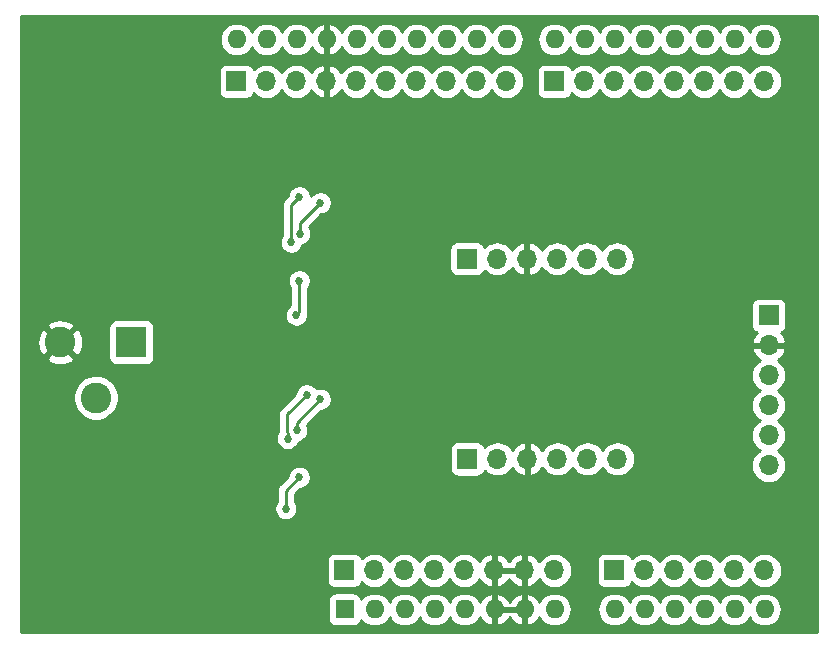
<source format=gbl>
G04 #@! TF.GenerationSoftware,KiCad,Pcbnew,(5.1.4-0-10_14)*
G04 #@! TF.CreationDate,2020-01-20T11:10:59-05:00*
G04 #@! TF.ProjectId,motor_controller,6d6f746f-725f-4636-9f6e-74726f6c6c65,rev?*
G04 #@! TF.SameCoordinates,Original*
G04 #@! TF.FileFunction,Copper,L2,Bot*
G04 #@! TF.FilePolarity,Positive*
%FSLAX46Y46*%
G04 Gerber Fmt 4.6, Leading zero omitted, Abs format (unit mm)*
G04 Created by KiCad (PCBNEW (5.1.4-0-10_14)) date 2020-01-20 11:10:59*
%MOMM*%
%LPD*%
G04 APERTURE LIST*
%ADD10O,1.700000X1.700000*%
%ADD11R,1.700000X1.700000*%
%ADD12O,1.600000X1.600000*%
%ADD13R,1.600000X1.600000*%
%ADD14R,2.600000X2.600000*%
%ADD15C,2.600000*%
%ADD16C,0.508000*%
%ADD17C,0.685800*%
%ADD18C,0.254000*%
G04 APERTURE END LIST*
D10*
X172440600Y-81330800D03*
X169900600Y-81330800D03*
X167360600Y-81330800D03*
X164820600Y-81330800D03*
X162280600Y-81330800D03*
D11*
X159740600Y-81330800D03*
X159766000Y-98272600D03*
D10*
X162306000Y-98272600D03*
X164846000Y-98272600D03*
X167386000Y-98272600D03*
X169926000Y-98272600D03*
X172466000Y-98272600D03*
D12*
X140233001Y-62759001D03*
X142773001Y-62759001D03*
D13*
X149373001Y-111019001D03*
D12*
X179853001Y-62759001D03*
X151913001Y-111019001D03*
X177313001Y-62759001D03*
X154453001Y-111019001D03*
X174773001Y-62759001D03*
X156993001Y-111019001D03*
X172233001Y-62759001D03*
X159533001Y-111019001D03*
X169693001Y-62759001D03*
X162073001Y-111019001D03*
X167153001Y-62759001D03*
X164613001Y-111019001D03*
X163093001Y-62759001D03*
X167153001Y-111019001D03*
X160553001Y-62759001D03*
X172233001Y-111019001D03*
X158013001Y-62759001D03*
X174773001Y-111019001D03*
X155473001Y-62759001D03*
X177313001Y-111019001D03*
X152933001Y-62759001D03*
X179853001Y-111019001D03*
X150393001Y-62759001D03*
X182393001Y-111019001D03*
X147853001Y-62759001D03*
X184933001Y-111019001D03*
X145313001Y-62759001D03*
X184933001Y-62759001D03*
X182393001Y-62759001D03*
D11*
X149352000Y-107696000D03*
D10*
X151892000Y-107696000D03*
X154432000Y-107696000D03*
X156972000Y-107696000D03*
X159512000Y-107696000D03*
X162052000Y-107696000D03*
X164592000Y-107696000D03*
X167132000Y-107696000D03*
D11*
X172212000Y-107696000D03*
D10*
X174752000Y-107696000D03*
X177292000Y-107696000D03*
X179832000Y-107696000D03*
X182372000Y-107696000D03*
X184912000Y-107696000D03*
D11*
X140208000Y-66294000D03*
D10*
X142748000Y-66294000D03*
X145288000Y-66294000D03*
X147828000Y-66294000D03*
X150368000Y-66294000D03*
X152908000Y-66294000D03*
X155448000Y-66294000D03*
X157988000Y-66294000D03*
X160528000Y-66294000D03*
X163068000Y-66294000D03*
X184912000Y-66294000D03*
X182372000Y-66294000D03*
X179832000Y-66294000D03*
X177292000Y-66294000D03*
X174752000Y-66294000D03*
X172212000Y-66294000D03*
X169672000Y-66294000D03*
D11*
X167132000Y-66294000D03*
X185293000Y-86106000D03*
D10*
X185293000Y-88646000D03*
X185293000Y-91186000D03*
X185293000Y-93726000D03*
X185293000Y-96266000D03*
X185293000Y-98806000D03*
D14*
X131318000Y-88392000D03*
D15*
X125318000Y-88392000D03*
X128318000Y-93092000D03*
D16*
X148259800Y-98602800D03*
X148285200Y-97790000D03*
X147701000Y-98602800D03*
X146989800Y-98602800D03*
X146989800Y-97815400D03*
X147675600Y-97815400D03*
X148869400Y-97790000D03*
X148869400Y-98602800D03*
X146380200Y-97815400D03*
X146380200Y-98602800D03*
X145796000Y-97840800D03*
X145770600Y-98602800D03*
X147701000Y-81178400D03*
X148285200Y-81965800D03*
X146405600Y-81178400D03*
X147015200Y-81178400D03*
X148894800Y-81153000D03*
X148894800Y-81965800D03*
X148310600Y-81153000D03*
X147726400Y-81965800D03*
X146405600Y-81965800D03*
X145796000Y-81965800D03*
X145821400Y-81203800D03*
X147015200Y-81965800D03*
D17*
X145338800Y-95859600D03*
X147320000Y-93218000D03*
X144551400Y-96545400D03*
X146177000Y-92837000D03*
X145592800Y-79222600D03*
X147320000Y-76581000D03*
X144856200Y-79933800D03*
X145542000Y-76073000D03*
X145542000Y-83185000D03*
X145288000Y-86106000D03*
X145542000Y-99822000D03*
X144399000Y-102489000D03*
D18*
X145338800Y-95199200D02*
X147320000Y-93218000D01*
X145338800Y-95859600D02*
X145338800Y-95199200D01*
X144551400Y-96060467D02*
X144526000Y-96035067D01*
X144551400Y-96545400D02*
X144551400Y-96060467D01*
X144526000Y-94488000D02*
X146177000Y-92837000D01*
X144526000Y-96035067D02*
X144526000Y-94488000D01*
X145592800Y-78308200D02*
X147320000Y-76581000D01*
X145592800Y-79222600D02*
X145592800Y-78308200D01*
X144856200Y-79933800D02*
X144856200Y-77393800D01*
X144856200Y-76758800D02*
X145542000Y-76073000D01*
X144856200Y-77393800D02*
X144856200Y-76758800D01*
X145542000Y-85852000D02*
X145288000Y-86106000D01*
X145542000Y-83185000D02*
X145542000Y-85852000D01*
X144399000Y-100965000D02*
X144399000Y-102489000D01*
X145542000Y-99822000D02*
X144399000Y-100965000D01*
G36*
X189382401Y-112928400D02*
G01*
X122021600Y-112928400D01*
X122021600Y-110219001D01*
X147934929Y-110219001D01*
X147934929Y-111819001D01*
X147947189Y-111943483D01*
X147983499Y-112063181D01*
X148042464Y-112173495D01*
X148121816Y-112270186D01*
X148218507Y-112349538D01*
X148328821Y-112408503D01*
X148448519Y-112444813D01*
X148573001Y-112457073D01*
X150173001Y-112457073D01*
X150297483Y-112444813D01*
X150417181Y-112408503D01*
X150527495Y-112349538D01*
X150624186Y-112270186D01*
X150703538Y-112173495D01*
X150762503Y-112063181D01*
X150798813Y-111943483D01*
X150800582Y-111925519D01*
X150893393Y-112038609D01*
X151111900Y-112217933D01*
X151361193Y-112351183D01*
X151631692Y-112433237D01*
X151842509Y-112454001D01*
X151983493Y-112454001D01*
X152194310Y-112433237D01*
X152464809Y-112351183D01*
X152714102Y-112217933D01*
X152932609Y-112038609D01*
X153111933Y-111820102D01*
X153183001Y-111687143D01*
X153254069Y-111820102D01*
X153433393Y-112038609D01*
X153651900Y-112217933D01*
X153901193Y-112351183D01*
X154171692Y-112433237D01*
X154382509Y-112454001D01*
X154523493Y-112454001D01*
X154734310Y-112433237D01*
X155004809Y-112351183D01*
X155254102Y-112217933D01*
X155472609Y-112038609D01*
X155651933Y-111820102D01*
X155723001Y-111687143D01*
X155794069Y-111820102D01*
X155973393Y-112038609D01*
X156191900Y-112217933D01*
X156441193Y-112351183D01*
X156711692Y-112433237D01*
X156922509Y-112454001D01*
X157063493Y-112454001D01*
X157274310Y-112433237D01*
X157544809Y-112351183D01*
X157794102Y-112217933D01*
X158012609Y-112038609D01*
X158191933Y-111820102D01*
X158263001Y-111687143D01*
X158334069Y-111820102D01*
X158513393Y-112038609D01*
X158731900Y-112217933D01*
X158981193Y-112351183D01*
X159251692Y-112433237D01*
X159462509Y-112454001D01*
X159603493Y-112454001D01*
X159814310Y-112433237D01*
X160084809Y-112351183D01*
X160334102Y-112217933D01*
X160552609Y-112038609D01*
X160731933Y-111820102D01*
X160805580Y-111682319D01*
X160920616Y-111874132D01*
X161109587Y-112082520D01*
X161335581Y-112250038D01*
X161589914Y-112370247D01*
X161723962Y-112410905D01*
X161946001Y-112288916D01*
X161946001Y-111146001D01*
X162200001Y-111146001D01*
X162200001Y-112288916D01*
X162422040Y-112410905D01*
X162556088Y-112370247D01*
X162810421Y-112250038D01*
X163036415Y-112082520D01*
X163225386Y-111874132D01*
X163343001Y-111678019D01*
X163460616Y-111874132D01*
X163649587Y-112082520D01*
X163875581Y-112250038D01*
X164129914Y-112370247D01*
X164263962Y-112410905D01*
X164486001Y-112288916D01*
X164486001Y-111146001D01*
X162200001Y-111146001D01*
X161946001Y-111146001D01*
X161926001Y-111146001D01*
X161926001Y-110892001D01*
X161946001Y-110892001D01*
X161946001Y-109749086D01*
X162200001Y-109749086D01*
X162200001Y-110892001D01*
X164486001Y-110892001D01*
X164486001Y-109749086D01*
X164740001Y-109749086D01*
X164740001Y-110892001D01*
X164760001Y-110892001D01*
X164760001Y-111146001D01*
X164740001Y-111146001D01*
X164740001Y-112288916D01*
X164962040Y-112410905D01*
X165096088Y-112370247D01*
X165350421Y-112250038D01*
X165576415Y-112082520D01*
X165765386Y-111874132D01*
X165880422Y-111682319D01*
X165954069Y-111820102D01*
X166133393Y-112038609D01*
X166351900Y-112217933D01*
X166601193Y-112351183D01*
X166871692Y-112433237D01*
X167082509Y-112454001D01*
X167223493Y-112454001D01*
X167434310Y-112433237D01*
X167704809Y-112351183D01*
X167954102Y-112217933D01*
X168172609Y-112038609D01*
X168351933Y-111820102D01*
X168485183Y-111570809D01*
X168567237Y-111300310D01*
X168594944Y-111019001D01*
X170791058Y-111019001D01*
X170818765Y-111300310D01*
X170900819Y-111570809D01*
X171034069Y-111820102D01*
X171213393Y-112038609D01*
X171431900Y-112217933D01*
X171681193Y-112351183D01*
X171951692Y-112433237D01*
X172162509Y-112454001D01*
X172303493Y-112454001D01*
X172514310Y-112433237D01*
X172784809Y-112351183D01*
X173034102Y-112217933D01*
X173252609Y-112038609D01*
X173431933Y-111820102D01*
X173503001Y-111687143D01*
X173574069Y-111820102D01*
X173753393Y-112038609D01*
X173971900Y-112217933D01*
X174221193Y-112351183D01*
X174491692Y-112433237D01*
X174702509Y-112454001D01*
X174843493Y-112454001D01*
X175054310Y-112433237D01*
X175324809Y-112351183D01*
X175574102Y-112217933D01*
X175792609Y-112038609D01*
X175971933Y-111820102D01*
X176043001Y-111687143D01*
X176114069Y-111820102D01*
X176293393Y-112038609D01*
X176511900Y-112217933D01*
X176761193Y-112351183D01*
X177031692Y-112433237D01*
X177242509Y-112454001D01*
X177383493Y-112454001D01*
X177594310Y-112433237D01*
X177864809Y-112351183D01*
X178114102Y-112217933D01*
X178332609Y-112038609D01*
X178511933Y-111820102D01*
X178583001Y-111687143D01*
X178654069Y-111820102D01*
X178833393Y-112038609D01*
X179051900Y-112217933D01*
X179301193Y-112351183D01*
X179571692Y-112433237D01*
X179782509Y-112454001D01*
X179923493Y-112454001D01*
X180134310Y-112433237D01*
X180404809Y-112351183D01*
X180654102Y-112217933D01*
X180872609Y-112038609D01*
X181051933Y-111820102D01*
X181123001Y-111687143D01*
X181194069Y-111820102D01*
X181373393Y-112038609D01*
X181591900Y-112217933D01*
X181841193Y-112351183D01*
X182111692Y-112433237D01*
X182322509Y-112454001D01*
X182463493Y-112454001D01*
X182674310Y-112433237D01*
X182944809Y-112351183D01*
X183194102Y-112217933D01*
X183412609Y-112038609D01*
X183591933Y-111820102D01*
X183663001Y-111687143D01*
X183734069Y-111820102D01*
X183913393Y-112038609D01*
X184131900Y-112217933D01*
X184381193Y-112351183D01*
X184651692Y-112433237D01*
X184862509Y-112454001D01*
X185003493Y-112454001D01*
X185214310Y-112433237D01*
X185484809Y-112351183D01*
X185734102Y-112217933D01*
X185952609Y-112038609D01*
X186131933Y-111820102D01*
X186265183Y-111570809D01*
X186347237Y-111300310D01*
X186374944Y-111019001D01*
X186347237Y-110737692D01*
X186265183Y-110467193D01*
X186131933Y-110217900D01*
X185952609Y-109999393D01*
X185734102Y-109820069D01*
X185484809Y-109686819D01*
X185214310Y-109604765D01*
X185003493Y-109584001D01*
X184862509Y-109584001D01*
X184651692Y-109604765D01*
X184381193Y-109686819D01*
X184131900Y-109820069D01*
X183913393Y-109999393D01*
X183734069Y-110217900D01*
X183663001Y-110350859D01*
X183591933Y-110217900D01*
X183412609Y-109999393D01*
X183194102Y-109820069D01*
X182944809Y-109686819D01*
X182674310Y-109604765D01*
X182463493Y-109584001D01*
X182322509Y-109584001D01*
X182111692Y-109604765D01*
X181841193Y-109686819D01*
X181591900Y-109820069D01*
X181373393Y-109999393D01*
X181194069Y-110217900D01*
X181123001Y-110350859D01*
X181051933Y-110217900D01*
X180872609Y-109999393D01*
X180654102Y-109820069D01*
X180404809Y-109686819D01*
X180134310Y-109604765D01*
X179923493Y-109584001D01*
X179782509Y-109584001D01*
X179571692Y-109604765D01*
X179301193Y-109686819D01*
X179051900Y-109820069D01*
X178833393Y-109999393D01*
X178654069Y-110217900D01*
X178583001Y-110350859D01*
X178511933Y-110217900D01*
X178332609Y-109999393D01*
X178114102Y-109820069D01*
X177864809Y-109686819D01*
X177594310Y-109604765D01*
X177383493Y-109584001D01*
X177242509Y-109584001D01*
X177031692Y-109604765D01*
X176761193Y-109686819D01*
X176511900Y-109820069D01*
X176293393Y-109999393D01*
X176114069Y-110217900D01*
X176043001Y-110350859D01*
X175971933Y-110217900D01*
X175792609Y-109999393D01*
X175574102Y-109820069D01*
X175324809Y-109686819D01*
X175054310Y-109604765D01*
X174843493Y-109584001D01*
X174702509Y-109584001D01*
X174491692Y-109604765D01*
X174221193Y-109686819D01*
X173971900Y-109820069D01*
X173753393Y-109999393D01*
X173574069Y-110217900D01*
X173503001Y-110350859D01*
X173431933Y-110217900D01*
X173252609Y-109999393D01*
X173034102Y-109820069D01*
X172784809Y-109686819D01*
X172514310Y-109604765D01*
X172303493Y-109584001D01*
X172162509Y-109584001D01*
X171951692Y-109604765D01*
X171681193Y-109686819D01*
X171431900Y-109820069D01*
X171213393Y-109999393D01*
X171034069Y-110217900D01*
X170900819Y-110467193D01*
X170818765Y-110737692D01*
X170791058Y-111019001D01*
X168594944Y-111019001D01*
X168567237Y-110737692D01*
X168485183Y-110467193D01*
X168351933Y-110217900D01*
X168172609Y-109999393D01*
X167954102Y-109820069D01*
X167704809Y-109686819D01*
X167434310Y-109604765D01*
X167223493Y-109584001D01*
X167082509Y-109584001D01*
X166871692Y-109604765D01*
X166601193Y-109686819D01*
X166351900Y-109820069D01*
X166133393Y-109999393D01*
X165954069Y-110217900D01*
X165880422Y-110355683D01*
X165765386Y-110163870D01*
X165576415Y-109955482D01*
X165350421Y-109787964D01*
X165096088Y-109667755D01*
X164962040Y-109627097D01*
X164740001Y-109749086D01*
X164486001Y-109749086D01*
X164263962Y-109627097D01*
X164129914Y-109667755D01*
X163875581Y-109787964D01*
X163649587Y-109955482D01*
X163460616Y-110163870D01*
X163343001Y-110359983D01*
X163225386Y-110163870D01*
X163036415Y-109955482D01*
X162810421Y-109787964D01*
X162556088Y-109667755D01*
X162422040Y-109627097D01*
X162200001Y-109749086D01*
X161946001Y-109749086D01*
X161723962Y-109627097D01*
X161589914Y-109667755D01*
X161335581Y-109787964D01*
X161109587Y-109955482D01*
X160920616Y-110163870D01*
X160805580Y-110355683D01*
X160731933Y-110217900D01*
X160552609Y-109999393D01*
X160334102Y-109820069D01*
X160084809Y-109686819D01*
X159814310Y-109604765D01*
X159603493Y-109584001D01*
X159462509Y-109584001D01*
X159251692Y-109604765D01*
X158981193Y-109686819D01*
X158731900Y-109820069D01*
X158513393Y-109999393D01*
X158334069Y-110217900D01*
X158263001Y-110350859D01*
X158191933Y-110217900D01*
X158012609Y-109999393D01*
X157794102Y-109820069D01*
X157544809Y-109686819D01*
X157274310Y-109604765D01*
X157063493Y-109584001D01*
X156922509Y-109584001D01*
X156711692Y-109604765D01*
X156441193Y-109686819D01*
X156191900Y-109820069D01*
X155973393Y-109999393D01*
X155794069Y-110217900D01*
X155723001Y-110350859D01*
X155651933Y-110217900D01*
X155472609Y-109999393D01*
X155254102Y-109820069D01*
X155004809Y-109686819D01*
X154734310Y-109604765D01*
X154523493Y-109584001D01*
X154382509Y-109584001D01*
X154171692Y-109604765D01*
X153901193Y-109686819D01*
X153651900Y-109820069D01*
X153433393Y-109999393D01*
X153254069Y-110217900D01*
X153183001Y-110350859D01*
X153111933Y-110217900D01*
X152932609Y-109999393D01*
X152714102Y-109820069D01*
X152464809Y-109686819D01*
X152194310Y-109604765D01*
X151983493Y-109584001D01*
X151842509Y-109584001D01*
X151631692Y-109604765D01*
X151361193Y-109686819D01*
X151111900Y-109820069D01*
X150893393Y-109999393D01*
X150800582Y-110112483D01*
X150798813Y-110094519D01*
X150762503Y-109974821D01*
X150703538Y-109864507D01*
X150624186Y-109767816D01*
X150527495Y-109688464D01*
X150417181Y-109629499D01*
X150297483Y-109593189D01*
X150173001Y-109580929D01*
X148573001Y-109580929D01*
X148448519Y-109593189D01*
X148328821Y-109629499D01*
X148218507Y-109688464D01*
X148121816Y-109767816D01*
X148042464Y-109864507D01*
X147983499Y-109974821D01*
X147947189Y-110094519D01*
X147934929Y-110219001D01*
X122021600Y-110219001D01*
X122021600Y-106846000D01*
X147863928Y-106846000D01*
X147863928Y-108546000D01*
X147876188Y-108670482D01*
X147912498Y-108790180D01*
X147971463Y-108900494D01*
X148050815Y-108997185D01*
X148147506Y-109076537D01*
X148257820Y-109135502D01*
X148377518Y-109171812D01*
X148502000Y-109184072D01*
X150202000Y-109184072D01*
X150326482Y-109171812D01*
X150446180Y-109135502D01*
X150556494Y-109076537D01*
X150653185Y-108997185D01*
X150732537Y-108900494D01*
X150791502Y-108790180D01*
X150812393Y-108721313D01*
X150836866Y-108751134D01*
X151062986Y-108936706D01*
X151320966Y-109074599D01*
X151600889Y-109159513D01*
X151819050Y-109181000D01*
X151964950Y-109181000D01*
X152183111Y-109159513D01*
X152463034Y-109074599D01*
X152721014Y-108936706D01*
X152947134Y-108751134D01*
X153132706Y-108525014D01*
X153162000Y-108470209D01*
X153191294Y-108525014D01*
X153376866Y-108751134D01*
X153602986Y-108936706D01*
X153860966Y-109074599D01*
X154140889Y-109159513D01*
X154359050Y-109181000D01*
X154504950Y-109181000D01*
X154723111Y-109159513D01*
X155003034Y-109074599D01*
X155261014Y-108936706D01*
X155487134Y-108751134D01*
X155672706Y-108525014D01*
X155702000Y-108470209D01*
X155731294Y-108525014D01*
X155916866Y-108751134D01*
X156142986Y-108936706D01*
X156400966Y-109074599D01*
X156680889Y-109159513D01*
X156899050Y-109181000D01*
X157044950Y-109181000D01*
X157263111Y-109159513D01*
X157543034Y-109074599D01*
X157801014Y-108936706D01*
X158027134Y-108751134D01*
X158212706Y-108525014D01*
X158242000Y-108470209D01*
X158271294Y-108525014D01*
X158456866Y-108751134D01*
X158682986Y-108936706D01*
X158940966Y-109074599D01*
X159220889Y-109159513D01*
X159439050Y-109181000D01*
X159584950Y-109181000D01*
X159803111Y-109159513D01*
X160083034Y-109074599D01*
X160341014Y-108936706D01*
X160567134Y-108751134D01*
X160752706Y-108525014D01*
X160787201Y-108460477D01*
X160856822Y-108577355D01*
X161051731Y-108793588D01*
X161285080Y-108967641D01*
X161547901Y-109092825D01*
X161695110Y-109137476D01*
X161925000Y-109016155D01*
X161925000Y-107823000D01*
X162179000Y-107823000D01*
X162179000Y-109016155D01*
X162408890Y-109137476D01*
X162556099Y-109092825D01*
X162818920Y-108967641D01*
X163052269Y-108793588D01*
X163247178Y-108577355D01*
X163322000Y-108451745D01*
X163396822Y-108577355D01*
X163591731Y-108793588D01*
X163825080Y-108967641D01*
X164087901Y-109092825D01*
X164235110Y-109137476D01*
X164465000Y-109016155D01*
X164465000Y-107823000D01*
X162179000Y-107823000D01*
X161925000Y-107823000D01*
X161905000Y-107823000D01*
X161905000Y-107569000D01*
X161925000Y-107569000D01*
X161925000Y-106375845D01*
X162179000Y-106375845D01*
X162179000Y-107569000D01*
X164465000Y-107569000D01*
X164465000Y-106375845D01*
X164719000Y-106375845D01*
X164719000Y-107569000D01*
X164739000Y-107569000D01*
X164739000Y-107823000D01*
X164719000Y-107823000D01*
X164719000Y-109016155D01*
X164948890Y-109137476D01*
X165096099Y-109092825D01*
X165358920Y-108967641D01*
X165592269Y-108793588D01*
X165787178Y-108577355D01*
X165856799Y-108460477D01*
X165891294Y-108525014D01*
X166076866Y-108751134D01*
X166302986Y-108936706D01*
X166560966Y-109074599D01*
X166840889Y-109159513D01*
X167059050Y-109181000D01*
X167204950Y-109181000D01*
X167423111Y-109159513D01*
X167703034Y-109074599D01*
X167961014Y-108936706D01*
X168187134Y-108751134D01*
X168372706Y-108525014D01*
X168510599Y-108267034D01*
X168595513Y-107987111D01*
X168624185Y-107696000D01*
X168595513Y-107404889D01*
X168510599Y-107124966D01*
X168372706Y-106866986D01*
X168355484Y-106846000D01*
X170723928Y-106846000D01*
X170723928Y-108546000D01*
X170736188Y-108670482D01*
X170772498Y-108790180D01*
X170831463Y-108900494D01*
X170910815Y-108997185D01*
X171007506Y-109076537D01*
X171117820Y-109135502D01*
X171237518Y-109171812D01*
X171362000Y-109184072D01*
X173062000Y-109184072D01*
X173186482Y-109171812D01*
X173306180Y-109135502D01*
X173416494Y-109076537D01*
X173513185Y-108997185D01*
X173592537Y-108900494D01*
X173651502Y-108790180D01*
X173672393Y-108721313D01*
X173696866Y-108751134D01*
X173922986Y-108936706D01*
X174180966Y-109074599D01*
X174460889Y-109159513D01*
X174679050Y-109181000D01*
X174824950Y-109181000D01*
X175043111Y-109159513D01*
X175323034Y-109074599D01*
X175581014Y-108936706D01*
X175807134Y-108751134D01*
X175992706Y-108525014D01*
X176022000Y-108470209D01*
X176051294Y-108525014D01*
X176236866Y-108751134D01*
X176462986Y-108936706D01*
X176720966Y-109074599D01*
X177000889Y-109159513D01*
X177219050Y-109181000D01*
X177364950Y-109181000D01*
X177583111Y-109159513D01*
X177863034Y-109074599D01*
X178121014Y-108936706D01*
X178347134Y-108751134D01*
X178532706Y-108525014D01*
X178562000Y-108470209D01*
X178591294Y-108525014D01*
X178776866Y-108751134D01*
X179002986Y-108936706D01*
X179260966Y-109074599D01*
X179540889Y-109159513D01*
X179759050Y-109181000D01*
X179904950Y-109181000D01*
X180123111Y-109159513D01*
X180403034Y-109074599D01*
X180661014Y-108936706D01*
X180887134Y-108751134D01*
X181072706Y-108525014D01*
X181102000Y-108470209D01*
X181131294Y-108525014D01*
X181316866Y-108751134D01*
X181542986Y-108936706D01*
X181800966Y-109074599D01*
X182080889Y-109159513D01*
X182299050Y-109181000D01*
X182444950Y-109181000D01*
X182663111Y-109159513D01*
X182943034Y-109074599D01*
X183201014Y-108936706D01*
X183427134Y-108751134D01*
X183612706Y-108525014D01*
X183642000Y-108470209D01*
X183671294Y-108525014D01*
X183856866Y-108751134D01*
X184082986Y-108936706D01*
X184340966Y-109074599D01*
X184620889Y-109159513D01*
X184839050Y-109181000D01*
X184984950Y-109181000D01*
X185203111Y-109159513D01*
X185483034Y-109074599D01*
X185741014Y-108936706D01*
X185967134Y-108751134D01*
X186152706Y-108525014D01*
X186290599Y-108267034D01*
X186375513Y-107987111D01*
X186404185Y-107696000D01*
X186375513Y-107404889D01*
X186290599Y-107124966D01*
X186152706Y-106866986D01*
X185967134Y-106640866D01*
X185741014Y-106455294D01*
X185483034Y-106317401D01*
X185203111Y-106232487D01*
X184984950Y-106211000D01*
X184839050Y-106211000D01*
X184620889Y-106232487D01*
X184340966Y-106317401D01*
X184082986Y-106455294D01*
X183856866Y-106640866D01*
X183671294Y-106866986D01*
X183642000Y-106921791D01*
X183612706Y-106866986D01*
X183427134Y-106640866D01*
X183201014Y-106455294D01*
X182943034Y-106317401D01*
X182663111Y-106232487D01*
X182444950Y-106211000D01*
X182299050Y-106211000D01*
X182080889Y-106232487D01*
X181800966Y-106317401D01*
X181542986Y-106455294D01*
X181316866Y-106640866D01*
X181131294Y-106866986D01*
X181102000Y-106921791D01*
X181072706Y-106866986D01*
X180887134Y-106640866D01*
X180661014Y-106455294D01*
X180403034Y-106317401D01*
X180123111Y-106232487D01*
X179904950Y-106211000D01*
X179759050Y-106211000D01*
X179540889Y-106232487D01*
X179260966Y-106317401D01*
X179002986Y-106455294D01*
X178776866Y-106640866D01*
X178591294Y-106866986D01*
X178562000Y-106921791D01*
X178532706Y-106866986D01*
X178347134Y-106640866D01*
X178121014Y-106455294D01*
X177863034Y-106317401D01*
X177583111Y-106232487D01*
X177364950Y-106211000D01*
X177219050Y-106211000D01*
X177000889Y-106232487D01*
X176720966Y-106317401D01*
X176462986Y-106455294D01*
X176236866Y-106640866D01*
X176051294Y-106866986D01*
X176022000Y-106921791D01*
X175992706Y-106866986D01*
X175807134Y-106640866D01*
X175581014Y-106455294D01*
X175323034Y-106317401D01*
X175043111Y-106232487D01*
X174824950Y-106211000D01*
X174679050Y-106211000D01*
X174460889Y-106232487D01*
X174180966Y-106317401D01*
X173922986Y-106455294D01*
X173696866Y-106640866D01*
X173672393Y-106670687D01*
X173651502Y-106601820D01*
X173592537Y-106491506D01*
X173513185Y-106394815D01*
X173416494Y-106315463D01*
X173306180Y-106256498D01*
X173186482Y-106220188D01*
X173062000Y-106207928D01*
X171362000Y-106207928D01*
X171237518Y-106220188D01*
X171117820Y-106256498D01*
X171007506Y-106315463D01*
X170910815Y-106394815D01*
X170831463Y-106491506D01*
X170772498Y-106601820D01*
X170736188Y-106721518D01*
X170723928Y-106846000D01*
X168355484Y-106846000D01*
X168187134Y-106640866D01*
X167961014Y-106455294D01*
X167703034Y-106317401D01*
X167423111Y-106232487D01*
X167204950Y-106211000D01*
X167059050Y-106211000D01*
X166840889Y-106232487D01*
X166560966Y-106317401D01*
X166302986Y-106455294D01*
X166076866Y-106640866D01*
X165891294Y-106866986D01*
X165856799Y-106931523D01*
X165787178Y-106814645D01*
X165592269Y-106598412D01*
X165358920Y-106424359D01*
X165096099Y-106299175D01*
X164948890Y-106254524D01*
X164719000Y-106375845D01*
X164465000Y-106375845D01*
X164235110Y-106254524D01*
X164087901Y-106299175D01*
X163825080Y-106424359D01*
X163591731Y-106598412D01*
X163396822Y-106814645D01*
X163322000Y-106940255D01*
X163247178Y-106814645D01*
X163052269Y-106598412D01*
X162818920Y-106424359D01*
X162556099Y-106299175D01*
X162408890Y-106254524D01*
X162179000Y-106375845D01*
X161925000Y-106375845D01*
X161695110Y-106254524D01*
X161547901Y-106299175D01*
X161285080Y-106424359D01*
X161051731Y-106598412D01*
X160856822Y-106814645D01*
X160787201Y-106931523D01*
X160752706Y-106866986D01*
X160567134Y-106640866D01*
X160341014Y-106455294D01*
X160083034Y-106317401D01*
X159803111Y-106232487D01*
X159584950Y-106211000D01*
X159439050Y-106211000D01*
X159220889Y-106232487D01*
X158940966Y-106317401D01*
X158682986Y-106455294D01*
X158456866Y-106640866D01*
X158271294Y-106866986D01*
X158242000Y-106921791D01*
X158212706Y-106866986D01*
X158027134Y-106640866D01*
X157801014Y-106455294D01*
X157543034Y-106317401D01*
X157263111Y-106232487D01*
X157044950Y-106211000D01*
X156899050Y-106211000D01*
X156680889Y-106232487D01*
X156400966Y-106317401D01*
X156142986Y-106455294D01*
X155916866Y-106640866D01*
X155731294Y-106866986D01*
X155702000Y-106921791D01*
X155672706Y-106866986D01*
X155487134Y-106640866D01*
X155261014Y-106455294D01*
X155003034Y-106317401D01*
X154723111Y-106232487D01*
X154504950Y-106211000D01*
X154359050Y-106211000D01*
X154140889Y-106232487D01*
X153860966Y-106317401D01*
X153602986Y-106455294D01*
X153376866Y-106640866D01*
X153191294Y-106866986D01*
X153162000Y-106921791D01*
X153132706Y-106866986D01*
X152947134Y-106640866D01*
X152721014Y-106455294D01*
X152463034Y-106317401D01*
X152183111Y-106232487D01*
X151964950Y-106211000D01*
X151819050Y-106211000D01*
X151600889Y-106232487D01*
X151320966Y-106317401D01*
X151062986Y-106455294D01*
X150836866Y-106640866D01*
X150812393Y-106670687D01*
X150791502Y-106601820D01*
X150732537Y-106491506D01*
X150653185Y-106394815D01*
X150556494Y-106315463D01*
X150446180Y-106256498D01*
X150326482Y-106220188D01*
X150202000Y-106207928D01*
X148502000Y-106207928D01*
X148377518Y-106220188D01*
X148257820Y-106256498D01*
X148147506Y-106315463D01*
X148050815Y-106394815D01*
X147971463Y-106491506D01*
X147912498Y-106601820D01*
X147876188Y-106721518D01*
X147863928Y-106846000D01*
X122021600Y-106846000D01*
X122021600Y-102392685D01*
X143421100Y-102392685D01*
X143421100Y-102585315D01*
X143458680Y-102774243D01*
X143532396Y-102952210D01*
X143639415Y-103112375D01*
X143775625Y-103248585D01*
X143935790Y-103355604D01*
X144113757Y-103429320D01*
X144302685Y-103466900D01*
X144495315Y-103466900D01*
X144684243Y-103429320D01*
X144862210Y-103355604D01*
X145022375Y-103248585D01*
X145158585Y-103112375D01*
X145265604Y-102952210D01*
X145339320Y-102774243D01*
X145376900Y-102585315D01*
X145376900Y-102392685D01*
X145339320Y-102203757D01*
X145265604Y-102025790D01*
X145161000Y-101869239D01*
X145161000Y-101280630D01*
X145642579Y-100799052D01*
X145827243Y-100762320D01*
X146005210Y-100688604D01*
X146165375Y-100581585D01*
X146301585Y-100445375D01*
X146408604Y-100285210D01*
X146482320Y-100107243D01*
X146519900Y-99918315D01*
X146519900Y-99725685D01*
X146482320Y-99536757D01*
X146408604Y-99358790D01*
X146301585Y-99198625D01*
X146165375Y-99062415D01*
X146005210Y-98955396D01*
X145827243Y-98881680D01*
X145638315Y-98844100D01*
X145445685Y-98844100D01*
X145256757Y-98881680D01*
X145078790Y-98955396D01*
X144918625Y-99062415D01*
X144782415Y-99198625D01*
X144675396Y-99358790D01*
X144601680Y-99536757D01*
X144564948Y-99721421D01*
X143886654Y-100399716D01*
X143857578Y-100423578D01*
X143801983Y-100491322D01*
X143762355Y-100539608D01*
X143739918Y-100581585D01*
X143691598Y-100671986D01*
X143648026Y-100815623D01*
X143637000Y-100927574D01*
X143633314Y-100965000D01*
X143637000Y-101002424D01*
X143637001Y-101869238D01*
X143532396Y-102025790D01*
X143458680Y-102203757D01*
X143421100Y-102392685D01*
X122021600Y-102392685D01*
X122021600Y-96449085D01*
X143573500Y-96449085D01*
X143573500Y-96641715D01*
X143611080Y-96830643D01*
X143684796Y-97008610D01*
X143791815Y-97168775D01*
X143928025Y-97304985D01*
X144088190Y-97412004D01*
X144266157Y-97485720D01*
X144455085Y-97523300D01*
X144647715Y-97523300D01*
X144836643Y-97485720D01*
X144989028Y-97422600D01*
X158277928Y-97422600D01*
X158277928Y-99122600D01*
X158290188Y-99247082D01*
X158326498Y-99366780D01*
X158385463Y-99477094D01*
X158464815Y-99573785D01*
X158561506Y-99653137D01*
X158671820Y-99712102D01*
X158791518Y-99748412D01*
X158916000Y-99760672D01*
X160616000Y-99760672D01*
X160740482Y-99748412D01*
X160860180Y-99712102D01*
X160970494Y-99653137D01*
X161067185Y-99573785D01*
X161146537Y-99477094D01*
X161205502Y-99366780D01*
X161226393Y-99297913D01*
X161250866Y-99327734D01*
X161476986Y-99513306D01*
X161734966Y-99651199D01*
X162014889Y-99736113D01*
X162233050Y-99757600D01*
X162378950Y-99757600D01*
X162597111Y-99736113D01*
X162877034Y-99651199D01*
X163135014Y-99513306D01*
X163361134Y-99327734D01*
X163546706Y-99101614D01*
X163581201Y-99037077D01*
X163650822Y-99153955D01*
X163845731Y-99370188D01*
X164079080Y-99544241D01*
X164341901Y-99669425D01*
X164489110Y-99714076D01*
X164719000Y-99592755D01*
X164719000Y-98399600D01*
X164699000Y-98399600D01*
X164699000Y-98145600D01*
X164719000Y-98145600D01*
X164719000Y-96952445D01*
X164973000Y-96952445D01*
X164973000Y-98145600D01*
X164993000Y-98145600D01*
X164993000Y-98399600D01*
X164973000Y-98399600D01*
X164973000Y-99592755D01*
X165202890Y-99714076D01*
X165350099Y-99669425D01*
X165612920Y-99544241D01*
X165846269Y-99370188D01*
X166041178Y-99153955D01*
X166110799Y-99037077D01*
X166145294Y-99101614D01*
X166330866Y-99327734D01*
X166556986Y-99513306D01*
X166814966Y-99651199D01*
X167094889Y-99736113D01*
X167313050Y-99757600D01*
X167458950Y-99757600D01*
X167677111Y-99736113D01*
X167957034Y-99651199D01*
X168215014Y-99513306D01*
X168441134Y-99327734D01*
X168626706Y-99101614D01*
X168656000Y-99046809D01*
X168685294Y-99101614D01*
X168870866Y-99327734D01*
X169096986Y-99513306D01*
X169354966Y-99651199D01*
X169634889Y-99736113D01*
X169853050Y-99757600D01*
X169998950Y-99757600D01*
X170217111Y-99736113D01*
X170497034Y-99651199D01*
X170755014Y-99513306D01*
X170981134Y-99327734D01*
X171166706Y-99101614D01*
X171196000Y-99046809D01*
X171225294Y-99101614D01*
X171410866Y-99327734D01*
X171636986Y-99513306D01*
X171894966Y-99651199D01*
X172174889Y-99736113D01*
X172393050Y-99757600D01*
X172538950Y-99757600D01*
X172757111Y-99736113D01*
X173037034Y-99651199D01*
X173295014Y-99513306D01*
X173521134Y-99327734D01*
X173706706Y-99101614D01*
X173844599Y-98843634D01*
X173929513Y-98563711D01*
X173958185Y-98272600D01*
X173929513Y-97981489D01*
X173844599Y-97701566D01*
X173706706Y-97443586D01*
X173521134Y-97217466D01*
X173295014Y-97031894D01*
X173037034Y-96894001D01*
X172757111Y-96809087D01*
X172538950Y-96787600D01*
X172393050Y-96787600D01*
X172174889Y-96809087D01*
X171894966Y-96894001D01*
X171636986Y-97031894D01*
X171410866Y-97217466D01*
X171225294Y-97443586D01*
X171196000Y-97498391D01*
X171166706Y-97443586D01*
X170981134Y-97217466D01*
X170755014Y-97031894D01*
X170497034Y-96894001D01*
X170217111Y-96809087D01*
X169998950Y-96787600D01*
X169853050Y-96787600D01*
X169634889Y-96809087D01*
X169354966Y-96894001D01*
X169096986Y-97031894D01*
X168870866Y-97217466D01*
X168685294Y-97443586D01*
X168656000Y-97498391D01*
X168626706Y-97443586D01*
X168441134Y-97217466D01*
X168215014Y-97031894D01*
X167957034Y-96894001D01*
X167677111Y-96809087D01*
X167458950Y-96787600D01*
X167313050Y-96787600D01*
X167094889Y-96809087D01*
X166814966Y-96894001D01*
X166556986Y-97031894D01*
X166330866Y-97217466D01*
X166145294Y-97443586D01*
X166110799Y-97508123D01*
X166041178Y-97391245D01*
X165846269Y-97175012D01*
X165612920Y-97000959D01*
X165350099Y-96875775D01*
X165202890Y-96831124D01*
X164973000Y-96952445D01*
X164719000Y-96952445D01*
X164489110Y-96831124D01*
X164341901Y-96875775D01*
X164079080Y-97000959D01*
X163845731Y-97175012D01*
X163650822Y-97391245D01*
X163581201Y-97508123D01*
X163546706Y-97443586D01*
X163361134Y-97217466D01*
X163135014Y-97031894D01*
X162877034Y-96894001D01*
X162597111Y-96809087D01*
X162378950Y-96787600D01*
X162233050Y-96787600D01*
X162014889Y-96809087D01*
X161734966Y-96894001D01*
X161476986Y-97031894D01*
X161250866Y-97217466D01*
X161226393Y-97247287D01*
X161205502Y-97178420D01*
X161146537Y-97068106D01*
X161067185Y-96971415D01*
X160970494Y-96892063D01*
X160860180Y-96833098D01*
X160740482Y-96796788D01*
X160616000Y-96784528D01*
X158916000Y-96784528D01*
X158791518Y-96796788D01*
X158671820Y-96833098D01*
X158561506Y-96892063D01*
X158464815Y-96971415D01*
X158385463Y-97068106D01*
X158326498Y-97178420D01*
X158290188Y-97298118D01*
X158277928Y-97422600D01*
X144989028Y-97422600D01*
X145014610Y-97412004D01*
X145174775Y-97304985D01*
X145310985Y-97168775D01*
X145418004Y-97008610D01*
X145491720Y-96830643D01*
X145492632Y-96826059D01*
X145624043Y-96799920D01*
X145802010Y-96726204D01*
X145962175Y-96619185D01*
X146098385Y-96482975D01*
X146205404Y-96322810D01*
X146279120Y-96144843D01*
X146316700Y-95955915D01*
X146316700Y-95763285D01*
X146279120Y-95574357D01*
X146209457Y-95406174D01*
X147420579Y-94195052D01*
X147605243Y-94158320D01*
X147783210Y-94084604D01*
X147943375Y-93977585D01*
X148079585Y-93841375D01*
X148186604Y-93681210D01*
X148260320Y-93503243D01*
X148297900Y-93314315D01*
X148297900Y-93121685D01*
X148260320Y-92932757D01*
X148186604Y-92754790D01*
X148079585Y-92594625D01*
X147943375Y-92458415D01*
X147783210Y-92351396D01*
X147605243Y-92277680D01*
X147416315Y-92240100D01*
X147223685Y-92240100D01*
X147034757Y-92277680D01*
X146991388Y-92295644D01*
X146936585Y-92213625D01*
X146800375Y-92077415D01*
X146640210Y-91970396D01*
X146462243Y-91896680D01*
X146273315Y-91859100D01*
X146080685Y-91859100D01*
X145891757Y-91896680D01*
X145713790Y-91970396D01*
X145553625Y-92077415D01*
X145417415Y-92213625D01*
X145310396Y-92373790D01*
X145236680Y-92551757D01*
X145199948Y-92736422D01*
X144013649Y-93922721D01*
X143984579Y-93946578D01*
X143960722Y-93975648D01*
X143960721Y-93975649D01*
X143889355Y-94062608D01*
X143818599Y-94194985D01*
X143775027Y-94338622D01*
X143760314Y-94488000D01*
X143764001Y-94525433D01*
X143764000Y-95963653D01*
X143684796Y-96082190D01*
X143611080Y-96260157D01*
X143573500Y-96449085D01*
X122021600Y-96449085D01*
X122021600Y-92901419D01*
X126383000Y-92901419D01*
X126383000Y-93282581D01*
X126457361Y-93656419D01*
X126603225Y-94008566D01*
X126814987Y-94325491D01*
X127084509Y-94595013D01*
X127401434Y-94806775D01*
X127753581Y-94952639D01*
X128127419Y-95027000D01*
X128508581Y-95027000D01*
X128882419Y-94952639D01*
X129234566Y-94806775D01*
X129551491Y-94595013D01*
X129821013Y-94325491D01*
X130032775Y-94008566D01*
X130178639Y-93656419D01*
X130253000Y-93282581D01*
X130253000Y-92901419D01*
X130178639Y-92527581D01*
X130032775Y-92175434D01*
X129821013Y-91858509D01*
X129551491Y-91588987D01*
X129234566Y-91377225D01*
X128882419Y-91231361D01*
X128654374Y-91186000D01*
X183800815Y-91186000D01*
X183829487Y-91477111D01*
X183914401Y-91757034D01*
X184052294Y-92015014D01*
X184237866Y-92241134D01*
X184463986Y-92426706D01*
X184518791Y-92456000D01*
X184463986Y-92485294D01*
X184237866Y-92670866D01*
X184052294Y-92896986D01*
X183914401Y-93154966D01*
X183829487Y-93434889D01*
X183800815Y-93726000D01*
X183829487Y-94017111D01*
X183914401Y-94297034D01*
X184052294Y-94555014D01*
X184237866Y-94781134D01*
X184463986Y-94966706D01*
X184518791Y-94996000D01*
X184463986Y-95025294D01*
X184237866Y-95210866D01*
X184052294Y-95436986D01*
X183914401Y-95694966D01*
X183829487Y-95974889D01*
X183800815Y-96266000D01*
X183829487Y-96557111D01*
X183914401Y-96837034D01*
X184052294Y-97095014D01*
X184237866Y-97321134D01*
X184463986Y-97506706D01*
X184518791Y-97536000D01*
X184463986Y-97565294D01*
X184237866Y-97750866D01*
X184052294Y-97976986D01*
X183914401Y-98234966D01*
X183829487Y-98514889D01*
X183800815Y-98806000D01*
X183829487Y-99097111D01*
X183914401Y-99377034D01*
X184052294Y-99635014D01*
X184237866Y-99861134D01*
X184463986Y-100046706D01*
X184721966Y-100184599D01*
X185001889Y-100269513D01*
X185220050Y-100291000D01*
X185365950Y-100291000D01*
X185584111Y-100269513D01*
X185864034Y-100184599D01*
X186122014Y-100046706D01*
X186348134Y-99861134D01*
X186533706Y-99635014D01*
X186671599Y-99377034D01*
X186756513Y-99097111D01*
X186785185Y-98806000D01*
X186756513Y-98514889D01*
X186671599Y-98234966D01*
X186533706Y-97976986D01*
X186348134Y-97750866D01*
X186122014Y-97565294D01*
X186067209Y-97536000D01*
X186122014Y-97506706D01*
X186348134Y-97321134D01*
X186533706Y-97095014D01*
X186671599Y-96837034D01*
X186756513Y-96557111D01*
X186785185Y-96266000D01*
X186756513Y-95974889D01*
X186671599Y-95694966D01*
X186533706Y-95436986D01*
X186348134Y-95210866D01*
X186122014Y-95025294D01*
X186067209Y-94996000D01*
X186122014Y-94966706D01*
X186348134Y-94781134D01*
X186533706Y-94555014D01*
X186671599Y-94297034D01*
X186756513Y-94017111D01*
X186785185Y-93726000D01*
X186756513Y-93434889D01*
X186671599Y-93154966D01*
X186533706Y-92896986D01*
X186348134Y-92670866D01*
X186122014Y-92485294D01*
X186067209Y-92456000D01*
X186122014Y-92426706D01*
X186348134Y-92241134D01*
X186533706Y-92015014D01*
X186671599Y-91757034D01*
X186756513Y-91477111D01*
X186785185Y-91186000D01*
X186756513Y-90894889D01*
X186671599Y-90614966D01*
X186533706Y-90356986D01*
X186348134Y-90130866D01*
X186122014Y-89945294D01*
X186057477Y-89910799D01*
X186174355Y-89841178D01*
X186390588Y-89646269D01*
X186564641Y-89412920D01*
X186689825Y-89150099D01*
X186734476Y-89002890D01*
X186613155Y-88773000D01*
X185420000Y-88773000D01*
X185420000Y-88793000D01*
X185166000Y-88793000D01*
X185166000Y-88773000D01*
X183972845Y-88773000D01*
X183851524Y-89002890D01*
X183896175Y-89150099D01*
X184021359Y-89412920D01*
X184195412Y-89646269D01*
X184411645Y-89841178D01*
X184528523Y-89910799D01*
X184463986Y-89945294D01*
X184237866Y-90130866D01*
X184052294Y-90356986D01*
X183914401Y-90614966D01*
X183829487Y-90894889D01*
X183800815Y-91186000D01*
X128654374Y-91186000D01*
X128508581Y-91157000D01*
X128127419Y-91157000D01*
X127753581Y-91231361D01*
X127401434Y-91377225D01*
X127084509Y-91588987D01*
X126814987Y-91858509D01*
X126603225Y-92175434D01*
X126457361Y-92527581D01*
X126383000Y-92901419D01*
X122021600Y-92901419D01*
X122021600Y-89741224D01*
X124148381Y-89741224D01*
X124280317Y-90036312D01*
X124621045Y-90207159D01*
X124988557Y-90308250D01*
X125368729Y-90335701D01*
X125746951Y-90288457D01*
X126108690Y-90168333D01*
X126355683Y-90036312D01*
X126487619Y-89741224D01*
X125318000Y-88571605D01*
X124148381Y-89741224D01*
X122021600Y-89741224D01*
X122021600Y-88442729D01*
X123374299Y-88442729D01*
X123421543Y-88820951D01*
X123541667Y-89182690D01*
X123673688Y-89429683D01*
X123968776Y-89561619D01*
X125138395Y-88392000D01*
X125497605Y-88392000D01*
X126667224Y-89561619D01*
X126962312Y-89429683D01*
X127133159Y-89088955D01*
X127234250Y-88721443D01*
X127261701Y-88341271D01*
X127214457Y-87963049D01*
X127094333Y-87601310D01*
X126962312Y-87354317D01*
X126667224Y-87222381D01*
X125497605Y-88392000D01*
X125138395Y-88392000D01*
X123968776Y-87222381D01*
X123673688Y-87354317D01*
X123502841Y-87695045D01*
X123401750Y-88062557D01*
X123374299Y-88442729D01*
X122021600Y-88442729D01*
X122021600Y-87042776D01*
X124148381Y-87042776D01*
X125318000Y-88212395D01*
X126438395Y-87092000D01*
X129379928Y-87092000D01*
X129379928Y-89692000D01*
X129392188Y-89816482D01*
X129428498Y-89936180D01*
X129487463Y-90046494D01*
X129566815Y-90143185D01*
X129663506Y-90222537D01*
X129773820Y-90281502D01*
X129893518Y-90317812D01*
X130018000Y-90330072D01*
X132618000Y-90330072D01*
X132742482Y-90317812D01*
X132862180Y-90281502D01*
X132972494Y-90222537D01*
X133069185Y-90143185D01*
X133148537Y-90046494D01*
X133207502Y-89936180D01*
X133243812Y-89816482D01*
X133256072Y-89692000D01*
X133256072Y-87092000D01*
X133243812Y-86967518D01*
X133207502Y-86847820D01*
X133148537Y-86737506D01*
X133069185Y-86640815D01*
X132972494Y-86561463D01*
X132862180Y-86502498D01*
X132742482Y-86466188D01*
X132618000Y-86453928D01*
X130018000Y-86453928D01*
X129893518Y-86466188D01*
X129773820Y-86502498D01*
X129663506Y-86561463D01*
X129566815Y-86640815D01*
X129487463Y-86737506D01*
X129428498Y-86847820D01*
X129392188Y-86967518D01*
X129379928Y-87092000D01*
X126438395Y-87092000D01*
X126487619Y-87042776D01*
X126355683Y-86747688D01*
X126014955Y-86576841D01*
X125647443Y-86475750D01*
X125267271Y-86448299D01*
X124889049Y-86495543D01*
X124527310Y-86615667D01*
X124280317Y-86747688D01*
X124148381Y-87042776D01*
X122021600Y-87042776D01*
X122021600Y-86009685D01*
X144310100Y-86009685D01*
X144310100Y-86202315D01*
X144347680Y-86391243D01*
X144421396Y-86569210D01*
X144528415Y-86729375D01*
X144664625Y-86865585D01*
X144824790Y-86972604D01*
X145002757Y-87046320D01*
X145191685Y-87083900D01*
X145384315Y-87083900D01*
X145573243Y-87046320D01*
X145751210Y-86972604D01*
X145911375Y-86865585D01*
X146047585Y-86729375D01*
X146154604Y-86569210D01*
X146228320Y-86391243D01*
X146265900Y-86202315D01*
X146265900Y-86090629D01*
X146292974Y-86001378D01*
X146304000Y-85889426D01*
X146304000Y-85889424D01*
X146307686Y-85852001D01*
X146304000Y-85814578D01*
X146304000Y-85256000D01*
X183804928Y-85256000D01*
X183804928Y-86956000D01*
X183817188Y-87080482D01*
X183853498Y-87200180D01*
X183912463Y-87310494D01*
X183991815Y-87407185D01*
X184088506Y-87486537D01*
X184198820Y-87545502D01*
X184279466Y-87569966D01*
X184195412Y-87645731D01*
X184021359Y-87879080D01*
X183896175Y-88141901D01*
X183851524Y-88289110D01*
X183972845Y-88519000D01*
X185166000Y-88519000D01*
X185166000Y-88499000D01*
X185420000Y-88499000D01*
X185420000Y-88519000D01*
X186613155Y-88519000D01*
X186734476Y-88289110D01*
X186689825Y-88141901D01*
X186564641Y-87879080D01*
X186390588Y-87645731D01*
X186306534Y-87569966D01*
X186387180Y-87545502D01*
X186497494Y-87486537D01*
X186594185Y-87407185D01*
X186673537Y-87310494D01*
X186732502Y-87200180D01*
X186768812Y-87080482D01*
X186781072Y-86956000D01*
X186781072Y-85256000D01*
X186768812Y-85131518D01*
X186732502Y-85011820D01*
X186673537Y-84901506D01*
X186594185Y-84804815D01*
X186497494Y-84725463D01*
X186387180Y-84666498D01*
X186267482Y-84630188D01*
X186143000Y-84617928D01*
X184443000Y-84617928D01*
X184318518Y-84630188D01*
X184198820Y-84666498D01*
X184088506Y-84725463D01*
X183991815Y-84804815D01*
X183912463Y-84901506D01*
X183853498Y-85011820D01*
X183817188Y-85131518D01*
X183804928Y-85256000D01*
X146304000Y-85256000D01*
X146304000Y-83804761D01*
X146408604Y-83648210D01*
X146482320Y-83470243D01*
X146519900Y-83281315D01*
X146519900Y-83088685D01*
X146482320Y-82899757D01*
X146408604Y-82721790D01*
X146301585Y-82561625D01*
X146165375Y-82425415D01*
X146005210Y-82318396D01*
X145827243Y-82244680D01*
X145638315Y-82207100D01*
X145445685Y-82207100D01*
X145256757Y-82244680D01*
X145078790Y-82318396D01*
X144918625Y-82425415D01*
X144782415Y-82561625D01*
X144675396Y-82721790D01*
X144601680Y-82899757D01*
X144564100Y-83088685D01*
X144564100Y-83281315D01*
X144601680Y-83470243D01*
X144675396Y-83648210D01*
X144780000Y-83804761D01*
X144780001Y-85269323D01*
X144664625Y-85346415D01*
X144528415Y-85482625D01*
X144421396Y-85642790D01*
X144347680Y-85820757D01*
X144310100Y-86009685D01*
X122021600Y-86009685D01*
X122021600Y-79837485D01*
X143878300Y-79837485D01*
X143878300Y-80030115D01*
X143915880Y-80219043D01*
X143989596Y-80397010D01*
X144096615Y-80557175D01*
X144232825Y-80693385D01*
X144392990Y-80800404D01*
X144570957Y-80874120D01*
X144759885Y-80911700D01*
X144952515Y-80911700D01*
X145141443Y-80874120D01*
X145319410Y-80800404D01*
X145479575Y-80693385D01*
X145615785Y-80557175D01*
X145666817Y-80480800D01*
X158252528Y-80480800D01*
X158252528Y-82180800D01*
X158264788Y-82305282D01*
X158301098Y-82424980D01*
X158360063Y-82535294D01*
X158439415Y-82631985D01*
X158536106Y-82711337D01*
X158646420Y-82770302D01*
X158766118Y-82806612D01*
X158890600Y-82818872D01*
X160590600Y-82818872D01*
X160715082Y-82806612D01*
X160834780Y-82770302D01*
X160945094Y-82711337D01*
X161041785Y-82631985D01*
X161121137Y-82535294D01*
X161180102Y-82424980D01*
X161200993Y-82356113D01*
X161225466Y-82385934D01*
X161451586Y-82571506D01*
X161709566Y-82709399D01*
X161989489Y-82794313D01*
X162207650Y-82815800D01*
X162353550Y-82815800D01*
X162571711Y-82794313D01*
X162851634Y-82709399D01*
X163109614Y-82571506D01*
X163335734Y-82385934D01*
X163521306Y-82159814D01*
X163555801Y-82095277D01*
X163625422Y-82212155D01*
X163820331Y-82428388D01*
X164053680Y-82602441D01*
X164316501Y-82727625D01*
X164463710Y-82772276D01*
X164693600Y-82650955D01*
X164693600Y-81457800D01*
X164673600Y-81457800D01*
X164673600Y-81203800D01*
X164693600Y-81203800D01*
X164693600Y-80010645D01*
X164947600Y-80010645D01*
X164947600Y-81203800D01*
X164967600Y-81203800D01*
X164967600Y-81457800D01*
X164947600Y-81457800D01*
X164947600Y-82650955D01*
X165177490Y-82772276D01*
X165324699Y-82727625D01*
X165587520Y-82602441D01*
X165820869Y-82428388D01*
X166015778Y-82212155D01*
X166085399Y-82095277D01*
X166119894Y-82159814D01*
X166305466Y-82385934D01*
X166531586Y-82571506D01*
X166789566Y-82709399D01*
X167069489Y-82794313D01*
X167287650Y-82815800D01*
X167433550Y-82815800D01*
X167651711Y-82794313D01*
X167931634Y-82709399D01*
X168189614Y-82571506D01*
X168415734Y-82385934D01*
X168601306Y-82159814D01*
X168630600Y-82105009D01*
X168659894Y-82159814D01*
X168845466Y-82385934D01*
X169071586Y-82571506D01*
X169329566Y-82709399D01*
X169609489Y-82794313D01*
X169827650Y-82815800D01*
X169973550Y-82815800D01*
X170191711Y-82794313D01*
X170471634Y-82709399D01*
X170729614Y-82571506D01*
X170955734Y-82385934D01*
X171141306Y-82159814D01*
X171170600Y-82105009D01*
X171199894Y-82159814D01*
X171385466Y-82385934D01*
X171611586Y-82571506D01*
X171869566Y-82709399D01*
X172149489Y-82794313D01*
X172367650Y-82815800D01*
X172513550Y-82815800D01*
X172731711Y-82794313D01*
X173011634Y-82709399D01*
X173269614Y-82571506D01*
X173495734Y-82385934D01*
X173681306Y-82159814D01*
X173819199Y-81901834D01*
X173904113Y-81621911D01*
X173932785Y-81330800D01*
X173904113Y-81039689D01*
X173819199Y-80759766D01*
X173681306Y-80501786D01*
X173495734Y-80275666D01*
X173269614Y-80090094D01*
X173011634Y-79952201D01*
X172731711Y-79867287D01*
X172513550Y-79845800D01*
X172367650Y-79845800D01*
X172149489Y-79867287D01*
X171869566Y-79952201D01*
X171611586Y-80090094D01*
X171385466Y-80275666D01*
X171199894Y-80501786D01*
X171170600Y-80556591D01*
X171141306Y-80501786D01*
X170955734Y-80275666D01*
X170729614Y-80090094D01*
X170471634Y-79952201D01*
X170191711Y-79867287D01*
X169973550Y-79845800D01*
X169827650Y-79845800D01*
X169609489Y-79867287D01*
X169329566Y-79952201D01*
X169071586Y-80090094D01*
X168845466Y-80275666D01*
X168659894Y-80501786D01*
X168630600Y-80556591D01*
X168601306Y-80501786D01*
X168415734Y-80275666D01*
X168189614Y-80090094D01*
X167931634Y-79952201D01*
X167651711Y-79867287D01*
X167433550Y-79845800D01*
X167287650Y-79845800D01*
X167069489Y-79867287D01*
X166789566Y-79952201D01*
X166531586Y-80090094D01*
X166305466Y-80275666D01*
X166119894Y-80501786D01*
X166085399Y-80566323D01*
X166015778Y-80449445D01*
X165820869Y-80233212D01*
X165587520Y-80059159D01*
X165324699Y-79933975D01*
X165177490Y-79889324D01*
X164947600Y-80010645D01*
X164693600Y-80010645D01*
X164463710Y-79889324D01*
X164316501Y-79933975D01*
X164053680Y-80059159D01*
X163820331Y-80233212D01*
X163625422Y-80449445D01*
X163555801Y-80566323D01*
X163521306Y-80501786D01*
X163335734Y-80275666D01*
X163109614Y-80090094D01*
X162851634Y-79952201D01*
X162571711Y-79867287D01*
X162353550Y-79845800D01*
X162207650Y-79845800D01*
X161989489Y-79867287D01*
X161709566Y-79952201D01*
X161451586Y-80090094D01*
X161225466Y-80275666D01*
X161200993Y-80305487D01*
X161180102Y-80236620D01*
X161121137Y-80126306D01*
X161041785Y-80029615D01*
X160945094Y-79950263D01*
X160834780Y-79891298D01*
X160715082Y-79854988D01*
X160590600Y-79842728D01*
X158890600Y-79842728D01*
X158766118Y-79854988D01*
X158646420Y-79891298D01*
X158536106Y-79950263D01*
X158439415Y-80029615D01*
X158360063Y-80126306D01*
X158301098Y-80236620D01*
X158264788Y-80356318D01*
X158252528Y-80480800D01*
X145666817Y-80480800D01*
X145722804Y-80397010D01*
X145796520Y-80219043D01*
X145804785Y-80177492D01*
X145878043Y-80162920D01*
X146056010Y-80089204D01*
X146216175Y-79982185D01*
X146352385Y-79845975D01*
X146459404Y-79685810D01*
X146533120Y-79507843D01*
X146570700Y-79318915D01*
X146570700Y-79126285D01*
X146533120Y-78937357D01*
X146459404Y-78759390D01*
X146363208Y-78615422D01*
X147420578Y-77558052D01*
X147605243Y-77521320D01*
X147783210Y-77447604D01*
X147943375Y-77340585D01*
X148079585Y-77204375D01*
X148186604Y-77044210D01*
X148260320Y-76866243D01*
X148297900Y-76677315D01*
X148297900Y-76484685D01*
X148260320Y-76295757D01*
X148186604Y-76117790D01*
X148079585Y-75957625D01*
X147943375Y-75821415D01*
X147783210Y-75714396D01*
X147605243Y-75640680D01*
X147416315Y-75603100D01*
X147223685Y-75603100D01*
X147034757Y-75640680D01*
X146856790Y-75714396D01*
X146696625Y-75821415D01*
X146560415Y-75957625D01*
X146519900Y-76018260D01*
X146519900Y-75976685D01*
X146482320Y-75787757D01*
X146408604Y-75609790D01*
X146301585Y-75449625D01*
X146165375Y-75313415D01*
X146005210Y-75206396D01*
X145827243Y-75132680D01*
X145638315Y-75095100D01*
X145445685Y-75095100D01*
X145256757Y-75132680D01*
X145078790Y-75206396D01*
X144918625Y-75313415D01*
X144782415Y-75449625D01*
X144675396Y-75609790D01*
X144601680Y-75787757D01*
X144564948Y-75972422D01*
X144343849Y-76193521D01*
X144314779Y-76217378D01*
X144290922Y-76246448D01*
X144290921Y-76246449D01*
X144219555Y-76333408D01*
X144206281Y-76358243D01*
X144148798Y-76465785D01*
X144105226Y-76609422D01*
X144094200Y-76721374D01*
X144090514Y-76758800D01*
X144094200Y-76796223D01*
X144094200Y-77431225D01*
X144094201Y-77431235D01*
X144094200Y-79314039D01*
X143989596Y-79470590D01*
X143915880Y-79648557D01*
X143878300Y-79837485D01*
X122021600Y-79837485D01*
X122021600Y-65444000D01*
X138719928Y-65444000D01*
X138719928Y-67144000D01*
X138732188Y-67268482D01*
X138768498Y-67388180D01*
X138827463Y-67498494D01*
X138906815Y-67595185D01*
X139003506Y-67674537D01*
X139113820Y-67733502D01*
X139233518Y-67769812D01*
X139358000Y-67782072D01*
X141058000Y-67782072D01*
X141182482Y-67769812D01*
X141302180Y-67733502D01*
X141412494Y-67674537D01*
X141509185Y-67595185D01*
X141588537Y-67498494D01*
X141647502Y-67388180D01*
X141668393Y-67319313D01*
X141692866Y-67349134D01*
X141918986Y-67534706D01*
X142176966Y-67672599D01*
X142456889Y-67757513D01*
X142675050Y-67779000D01*
X142820950Y-67779000D01*
X143039111Y-67757513D01*
X143319034Y-67672599D01*
X143577014Y-67534706D01*
X143803134Y-67349134D01*
X143988706Y-67123014D01*
X144018000Y-67068209D01*
X144047294Y-67123014D01*
X144232866Y-67349134D01*
X144458986Y-67534706D01*
X144716966Y-67672599D01*
X144996889Y-67757513D01*
X145215050Y-67779000D01*
X145360950Y-67779000D01*
X145579111Y-67757513D01*
X145859034Y-67672599D01*
X146117014Y-67534706D01*
X146343134Y-67349134D01*
X146528706Y-67123014D01*
X146563201Y-67058477D01*
X146632822Y-67175355D01*
X146827731Y-67391588D01*
X147061080Y-67565641D01*
X147323901Y-67690825D01*
X147471110Y-67735476D01*
X147701000Y-67614155D01*
X147701000Y-66421000D01*
X147681000Y-66421000D01*
X147681000Y-66167000D01*
X147701000Y-66167000D01*
X147701000Y-64973845D01*
X147955000Y-64973845D01*
X147955000Y-66167000D01*
X147975000Y-66167000D01*
X147975000Y-66421000D01*
X147955000Y-66421000D01*
X147955000Y-67614155D01*
X148184890Y-67735476D01*
X148332099Y-67690825D01*
X148594920Y-67565641D01*
X148828269Y-67391588D01*
X149023178Y-67175355D01*
X149092799Y-67058477D01*
X149127294Y-67123014D01*
X149312866Y-67349134D01*
X149538986Y-67534706D01*
X149796966Y-67672599D01*
X150076889Y-67757513D01*
X150295050Y-67779000D01*
X150440950Y-67779000D01*
X150659111Y-67757513D01*
X150939034Y-67672599D01*
X151197014Y-67534706D01*
X151423134Y-67349134D01*
X151608706Y-67123014D01*
X151638000Y-67068209D01*
X151667294Y-67123014D01*
X151852866Y-67349134D01*
X152078986Y-67534706D01*
X152336966Y-67672599D01*
X152616889Y-67757513D01*
X152835050Y-67779000D01*
X152980950Y-67779000D01*
X153199111Y-67757513D01*
X153479034Y-67672599D01*
X153737014Y-67534706D01*
X153963134Y-67349134D01*
X154148706Y-67123014D01*
X154178000Y-67068209D01*
X154207294Y-67123014D01*
X154392866Y-67349134D01*
X154618986Y-67534706D01*
X154876966Y-67672599D01*
X155156889Y-67757513D01*
X155375050Y-67779000D01*
X155520950Y-67779000D01*
X155739111Y-67757513D01*
X156019034Y-67672599D01*
X156277014Y-67534706D01*
X156503134Y-67349134D01*
X156688706Y-67123014D01*
X156718000Y-67068209D01*
X156747294Y-67123014D01*
X156932866Y-67349134D01*
X157158986Y-67534706D01*
X157416966Y-67672599D01*
X157696889Y-67757513D01*
X157915050Y-67779000D01*
X158060950Y-67779000D01*
X158279111Y-67757513D01*
X158559034Y-67672599D01*
X158817014Y-67534706D01*
X159043134Y-67349134D01*
X159228706Y-67123014D01*
X159258000Y-67068209D01*
X159287294Y-67123014D01*
X159472866Y-67349134D01*
X159698986Y-67534706D01*
X159956966Y-67672599D01*
X160236889Y-67757513D01*
X160455050Y-67779000D01*
X160600950Y-67779000D01*
X160819111Y-67757513D01*
X161099034Y-67672599D01*
X161357014Y-67534706D01*
X161583134Y-67349134D01*
X161768706Y-67123014D01*
X161798000Y-67068209D01*
X161827294Y-67123014D01*
X162012866Y-67349134D01*
X162238986Y-67534706D01*
X162496966Y-67672599D01*
X162776889Y-67757513D01*
X162995050Y-67779000D01*
X163140950Y-67779000D01*
X163359111Y-67757513D01*
X163639034Y-67672599D01*
X163897014Y-67534706D01*
X164123134Y-67349134D01*
X164308706Y-67123014D01*
X164446599Y-66865034D01*
X164531513Y-66585111D01*
X164560185Y-66294000D01*
X164531513Y-66002889D01*
X164446599Y-65722966D01*
X164308706Y-65464986D01*
X164291484Y-65444000D01*
X165643928Y-65444000D01*
X165643928Y-67144000D01*
X165656188Y-67268482D01*
X165692498Y-67388180D01*
X165751463Y-67498494D01*
X165830815Y-67595185D01*
X165927506Y-67674537D01*
X166037820Y-67733502D01*
X166157518Y-67769812D01*
X166282000Y-67782072D01*
X167982000Y-67782072D01*
X168106482Y-67769812D01*
X168226180Y-67733502D01*
X168336494Y-67674537D01*
X168433185Y-67595185D01*
X168512537Y-67498494D01*
X168571502Y-67388180D01*
X168592393Y-67319313D01*
X168616866Y-67349134D01*
X168842986Y-67534706D01*
X169100966Y-67672599D01*
X169380889Y-67757513D01*
X169599050Y-67779000D01*
X169744950Y-67779000D01*
X169963111Y-67757513D01*
X170243034Y-67672599D01*
X170501014Y-67534706D01*
X170727134Y-67349134D01*
X170912706Y-67123014D01*
X170942000Y-67068209D01*
X170971294Y-67123014D01*
X171156866Y-67349134D01*
X171382986Y-67534706D01*
X171640966Y-67672599D01*
X171920889Y-67757513D01*
X172139050Y-67779000D01*
X172284950Y-67779000D01*
X172503111Y-67757513D01*
X172783034Y-67672599D01*
X173041014Y-67534706D01*
X173267134Y-67349134D01*
X173452706Y-67123014D01*
X173482000Y-67068209D01*
X173511294Y-67123014D01*
X173696866Y-67349134D01*
X173922986Y-67534706D01*
X174180966Y-67672599D01*
X174460889Y-67757513D01*
X174679050Y-67779000D01*
X174824950Y-67779000D01*
X175043111Y-67757513D01*
X175323034Y-67672599D01*
X175581014Y-67534706D01*
X175807134Y-67349134D01*
X175992706Y-67123014D01*
X176022000Y-67068209D01*
X176051294Y-67123014D01*
X176236866Y-67349134D01*
X176462986Y-67534706D01*
X176720966Y-67672599D01*
X177000889Y-67757513D01*
X177219050Y-67779000D01*
X177364950Y-67779000D01*
X177583111Y-67757513D01*
X177863034Y-67672599D01*
X178121014Y-67534706D01*
X178347134Y-67349134D01*
X178532706Y-67123014D01*
X178562000Y-67068209D01*
X178591294Y-67123014D01*
X178776866Y-67349134D01*
X179002986Y-67534706D01*
X179260966Y-67672599D01*
X179540889Y-67757513D01*
X179759050Y-67779000D01*
X179904950Y-67779000D01*
X180123111Y-67757513D01*
X180403034Y-67672599D01*
X180661014Y-67534706D01*
X180887134Y-67349134D01*
X181072706Y-67123014D01*
X181102000Y-67068209D01*
X181131294Y-67123014D01*
X181316866Y-67349134D01*
X181542986Y-67534706D01*
X181800966Y-67672599D01*
X182080889Y-67757513D01*
X182299050Y-67779000D01*
X182444950Y-67779000D01*
X182663111Y-67757513D01*
X182943034Y-67672599D01*
X183201014Y-67534706D01*
X183427134Y-67349134D01*
X183612706Y-67123014D01*
X183642000Y-67068209D01*
X183671294Y-67123014D01*
X183856866Y-67349134D01*
X184082986Y-67534706D01*
X184340966Y-67672599D01*
X184620889Y-67757513D01*
X184839050Y-67779000D01*
X184984950Y-67779000D01*
X185203111Y-67757513D01*
X185483034Y-67672599D01*
X185741014Y-67534706D01*
X185967134Y-67349134D01*
X186152706Y-67123014D01*
X186290599Y-66865034D01*
X186375513Y-66585111D01*
X186404185Y-66294000D01*
X186375513Y-66002889D01*
X186290599Y-65722966D01*
X186152706Y-65464986D01*
X185967134Y-65238866D01*
X185741014Y-65053294D01*
X185483034Y-64915401D01*
X185203111Y-64830487D01*
X184984950Y-64809000D01*
X184839050Y-64809000D01*
X184620889Y-64830487D01*
X184340966Y-64915401D01*
X184082986Y-65053294D01*
X183856866Y-65238866D01*
X183671294Y-65464986D01*
X183642000Y-65519791D01*
X183612706Y-65464986D01*
X183427134Y-65238866D01*
X183201014Y-65053294D01*
X182943034Y-64915401D01*
X182663111Y-64830487D01*
X182444950Y-64809000D01*
X182299050Y-64809000D01*
X182080889Y-64830487D01*
X181800966Y-64915401D01*
X181542986Y-65053294D01*
X181316866Y-65238866D01*
X181131294Y-65464986D01*
X181102000Y-65519791D01*
X181072706Y-65464986D01*
X180887134Y-65238866D01*
X180661014Y-65053294D01*
X180403034Y-64915401D01*
X180123111Y-64830487D01*
X179904950Y-64809000D01*
X179759050Y-64809000D01*
X179540889Y-64830487D01*
X179260966Y-64915401D01*
X179002986Y-65053294D01*
X178776866Y-65238866D01*
X178591294Y-65464986D01*
X178562000Y-65519791D01*
X178532706Y-65464986D01*
X178347134Y-65238866D01*
X178121014Y-65053294D01*
X177863034Y-64915401D01*
X177583111Y-64830487D01*
X177364950Y-64809000D01*
X177219050Y-64809000D01*
X177000889Y-64830487D01*
X176720966Y-64915401D01*
X176462986Y-65053294D01*
X176236866Y-65238866D01*
X176051294Y-65464986D01*
X176022000Y-65519791D01*
X175992706Y-65464986D01*
X175807134Y-65238866D01*
X175581014Y-65053294D01*
X175323034Y-64915401D01*
X175043111Y-64830487D01*
X174824950Y-64809000D01*
X174679050Y-64809000D01*
X174460889Y-64830487D01*
X174180966Y-64915401D01*
X173922986Y-65053294D01*
X173696866Y-65238866D01*
X173511294Y-65464986D01*
X173482000Y-65519791D01*
X173452706Y-65464986D01*
X173267134Y-65238866D01*
X173041014Y-65053294D01*
X172783034Y-64915401D01*
X172503111Y-64830487D01*
X172284950Y-64809000D01*
X172139050Y-64809000D01*
X171920889Y-64830487D01*
X171640966Y-64915401D01*
X171382986Y-65053294D01*
X171156866Y-65238866D01*
X170971294Y-65464986D01*
X170942000Y-65519791D01*
X170912706Y-65464986D01*
X170727134Y-65238866D01*
X170501014Y-65053294D01*
X170243034Y-64915401D01*
X169963111Y-64830487D01*
X169744950Y-64809000D01*
X169599050Y-64809000D01*
X169380889Y-64830487D01*
X169100966Y-64915401D01*
X168842986Y-65053294D01*
X168616866Y-65238866D01*
X168592393Y-65268687D01*
X168571502Y-65199820D01*
X168512537Y-65089506D01*
X168433185Y-64992815D01*
X168336494Y-64913463D01*
X168226180Y-64854498D01*
X168106482Y-64818188D01*
X167982000Y-64805928D01*
X166282000Y-64805928D01*
X166157518Y-64818188D01*
X166037820Y-64854498D01*
X165927506Y-64913463D01*
X165830815Y-64992815D01*
X165751463Y-65089506D01*
X165692498Y-65199820D01*
X165656188Y-65319518D01*
X165643928Y-65444000D01*
X164291484Y-65444000D01*
X164123134Y-65238866D01*
X163897014Y-65053294D01*
X163639034Y-64915401D01*
X163359111Y-64830487D01*
X163140950Y-64809000D01*
X162995050Y-64809000D01*
X162776889Y-64830487D01*
X162496966Y-64915401D01*
X162238986Y-65053294D01*
X162012866Y-65238866D01*
X161827294Y-65464986D01*
X161798000Y-65519791D01*
X161768706Y-65464986D01*
X161583134Y-65238866D01*
X161357014Y-65053294D01*
X161099034Y-64915401D01*
X160819111Y-64830487D01*
X160600950Y-64809000D01*
X160455050Y-64809000D01*
X160236889Y-64830487D01*
X159956966Y-64915401D01*
X159698986Y-65053294D01*
X159472866Y-65238866D01*
X159287294Y-65464986D01*
X159258000Y-65519791D01*
X159228706Y-65464986D01*
X159043134Y-65238866D01*
X158817014Y-65053294D01*
X158559034Y-64915401D01*
X158279111Y-64830487D01*
X158060950Y-64809000D01*
X157915050Y-64809000D01*
X157696889Y-64830487D01*
X157416966Y-64915401D01*
X157158986Y-65053294D01*
X156932866Y-65238866D01*
X156747294Y-65464986D01*
X156718000Y-65519791D01*
X156688706Y-65464986D01*
X156503134Y-65238866D01*
X156277014Y-65053294D01*
X156019034Y-64915401D01*
X155739111Y-64830487D01*
X155520950Y-64809000D01*
X155375050Y-64809000D01*
X155156889Y-64830487D01*
X154876966Y-64915401D01*
X154618986Y-65053294D01*
X154392866Y-65238866D01*
X154207294Y-65464986D01*
X154178000Y-65519791D01*
X154148706Y-65464986D01*
X153963134Y-65238866D01*
X153737014Y-65053294D01*
X153479034Y-64915401D01*
X153199111Y-64830487D01*
X152980950Y-64809000D01*
X152835050Y-64809000D01*
X152616889Y-64830487D01*
X152336966Y-64915401D01*
X152078986Y-65053294D01*
X151852866Y-65238866D01*
X151667294Y-65464986D01*
X151638000Y-65519791D01*
X151608706Y-65464986D01*
X151423134Y-65238866D01*
X151197014Y-65053294D01*
X150939034Y-64915401D01*
X150659111Y-64830487D01*
X150440950Y-64809000D01*
X150295050Y-64809000D01*
X150076889Y-64830487D01*
X149796966Y-64915401D01*
X149538986Y-65053294D01*
X149312866Y-65238866D01*
X149127294Y-65464986D01*
X149092799Y-65529523D01*
X149023178Y-65412645D01*
X148828269Y-65196412D01*
X148594920Y-65022359D01*
X148332099Y-64897175D01*
X148184890Y-64852524D01*
X147955000Y-64973845D01*
X147701000Y-64973845D01*
X147471110Y-64852524D01*
X147323901Y-64897175D01*
X147061080Y-65022359D01*
X146827731Y-65196412D01*
X146632822Y-65412645D01*
X146563201Y-65529523D01*
X146528706Y-65464986D01*
X146343134Y-65238866D01*
X146117014Y-65053294D01*
X145859034Y-64915401D01*
X145579111Y-64830487D01*
X145360950Y-64809000D01*
X145215050Y-64809000D01*
X144996889Y-64830487D01*
X144716966Y-64915401D01*
X144458986Y-65053294D01*
X144232866Y-65238866D01*
X144047294Y-65464986D01*
X144018000Y-65519791D01*
X143988706Y-65464986D01*
X143803134Y-65238866D01*
X143577014Y-65053294D01*
X143319034Y-64915401D01*
X143039111Y-64830487D01*
X142820950Y-64809000D01*
X142675050Y-64809000D01*
X142456889Y-64830487D01*
X142176966Y-64915401D01*
X141918986Y-65053294D01*
X141692866Y-65238866D01*
X141668393Y-65268687D01*
X141647502Y-65199820D01*
X141588537Y-65089506D01*
X141509185Y-64992815D01*
X141412494Y-64913463D01*
X141302180Y-64854498D01*
X141182482Y-64818188D01*
X141058000Y-64805928D01*
X139358000Y-64805928D01*
X139233518Y-64818188D01*
X139113820Y-64854498D01*
X139003506Y-64913463D01*
X138906815Y-64992815D01*
X138827463Y-65089506D01*
X138768498Y-65199820D01*
X138732188Y-65319518D01*
X138719928Y-65444000D01*
X122021600Y-65444000D01*
X122021600Y-62759001D01*
X138791058Y-62759001D01*
X138818765Y-63040310D01*
X138900819Y-63310809D01*
X139034069Y-63560102D01*
X139213393Y-63778609D01*
X139431900Y-63957933D01*
X139681193Y-64091183D01*
X139951692Y-64173237D01*
X140162509Y-64194001D01*
X140303493Y-64194001D01*
X140514310Y-64173237D01*
X140784809Y-64091183D01*
X141034102Y-63957933D01*
X141252609Y-63778609D01*
X141431933Y-63560102D01*
X141503001Y-63427143D01*
X141574069Y-63560102D01*
X141753393Y-63778609D01*
X141971900Y-63957933D01*
X142221193Y-64091183D01*
X142491692Y-64173237D01*
X142702509Y-64194001D01*
X142843493Y-64194001D01*
X143054310Y-64173237D01*
X143324809Y-64091183D01*
X143574102Y-63957933D01*
X143792609Y-63778609D01*
X143971933Y-63560102D01*
X144043001Y-63427143D01*
X144114069Y-63560102D01*
X144293393Y-63778609D01*
X144511900Y-63957933D01*
X144761193Y-64091183D01*
X145031692Y-64173237D01*
X145242509Y-64194001D01*
X145383493Y-64194001D01*
X145594310Y-64173237D01*
X145864809Y-64091183D01*
X146114102Y-63957933D01*
X146332609Y-63778609D01*
X146511933Y-63560102D01*
X146585580Y-63422319D01*
X146700616Y-63614132D01*
X146889587Y-63822520D01*
X147115581Y-63990038D01*
X147369914Y-64110247D01*
X147503962Y-64150905D01*
X147726001Y-64028916D01*
X147726001Y-62886001D01*
X147706001Y-62886001D01*
X147706001Y-62632001D01*
X147726001Y-62632001D01*
X147726001Y-61489086D01*
X147980001Y-61489086D01*
X147980001Y-62632001D01*
X148000001Y-62632001D01*
X148000001Y-62886001D01*
X147980001Y-62886001D01*
X147980001Y-64028916D01*
X148202040Y-64150905D01*
X148336088Y-64110247D01*
X148590421Y-63990038D01*
X148816415Y-63822520D01*
X149005386Y-63614132D01*
X149120422Y-63422319D01*
X149194069Y-63560102D01*
X149373393Y-63778609D01*
X149591900Y-63957933D01*
X149841193Y-64091183D01*
X150111692Y-64173237D01*
X150322509Y-64194001D01*
X150463493Y-64194001D01*
X150674310Y-64173237D01*
X150944809Y-64091183D01*
X151194102Y-63957933D01*
X151412609Y-63778609D01*
X151591933Y-63560102D01*
X151663001Y-63427143D01*
X151734069Y-63560102D01*
X151913393Y-63778609D01*
X152131900Y-63957933D01*
X152381193Y-64091183D01*
X152651692Y-64173237D01*
X152862509Y-64194001D01*
X153003493Y-64194001D01*
X153214310Y-64173237D01*
X153484809Y-64091183D01*
X153734102Y-63957933D01*
X153952609Y-63778609D01*
X154131933Y-63560102D01*
X154203001Y-63427143D01*
X154274069Y-63560102D01*
X154453393Y-63778609D01*
X154671900Y-63957933D01*
X154921193Y-64091183D01*
X155191692Y-64173237D01*
X155402509Y-64194001D01*
X155543493Y-64194001D01*
X155754310Y-64173237D01*
X156024809Y-64091183D01*
X156274102Y-63957933D01*
X156492609Y-63778609D01*
X156671933Y-63560102D01*
X156743001Y-63427143D01*
X156814069Y-63560102D01*
X156993393Y-63778609D01*
X157211900Y-63957933D01*
X157461193Y-64091183D01*
X157731692Y-64173237D01*
X157942509Y-64194001D01*
X158083493Y-64194001D01*
X158294310Y-64173237D01*
X158564809Y-64091183D01*
X158814102Y-63957933D01*
X159032609Y-63778609D01*
X159211933Y-63560102D01*
X159283001Y-63427143D01*
X159354069Y-63560102D01*
X159533393Y-63778609D01*
X159751900Y-63957933D01*
X160001193Y-64091183D01*
X160271692Y-64173237D01*
X160482509Y-64194001D01*
X160623493Y-64194001D01*
X160834310Y-64173237D01*
X161104809Y-64091183D01*
X161354102Y-63957933D01*
X161572609Y-63778609D01*
X161751933Y-63560102D01*
X161823001Y-63427143D01*
X161894069Y-63560102D01*
X162073393Y-63778609D01*
X162291900Y-63957933D01*
X162541193Y-64091183D01*
X162811692Y-64173237D01*
X163022509Y-64194001D01*
X163163493Y-64194001D01*
X163374310Y-64173237D01*
X163644809Y-64091183D01*
X163894102Y-63957933D01*
X164112609Y-63778609D01*
X164291933Y-63560102D01*
X164425183Y-63310809D01*
X164507237Y-63040310D01*
X164534944Y-62759001D01*
X165711058Y-62759001D01*
X165738765Y-63040310D01*
X165820819Y-63310809D01*
X165954069Y-63560102D01*
X166133393Y-63778609D01*
X166351900Y-63957933D01*
X166601193Y-64091183D01*
X166871692Y-64173237D01*
X167082509Y-64194001D01*
X167223493Y-64194001D01*
X167434310Y-64173237D01*
X167704809Y-64091183D01*
X167954102Y-63957933D01*
X168172609Y-63778609D01*
X168351933Y-63560102D01*
X168423001Y-63427143D01*
X168494069Y-63560102D01*
X168673393Y-63778609D01*
X168891900Y-63957933D01*
X169141193Y-64091183D01*
X169411692Y-64173237D01*
X169622509Y-64194001D01*
X169763493Y-64194001D01*
X169974310Y-64173237D01*
X170244809Y-64091183D01*
X170494102Y-63957933D01*
X170712609Y-63778609D01*
X170891933Y-63560102D01*
X170963001Y-63427143D01*
X171034069Y-63560102D01*
X171213393Y-63778609D01*
X171431900Y-63957933D01*
X171681193Y-64091183D01*
X171951692Y-64173237D01*
X172162509Y-64194001D01*
X172303493Y-64194001D01*
X172514310Y-64173237D01*
X172784809Y-64091183D01*
X173034102Y-63957933D01*
X173252609Y-63778609D01*
X173431933Y-63560102D01*
X173503001Y-63427143D01*
X173574069Y-63560102D01*
X173753393Y-63778609D01*
X173971900Y-63957933D01*
X174221193Y-64091183D01*
X174491692Y-64173237D01*
X174702509Y-64194001D01*
X174843493Y-64194001D01*
X175054310Y-64173237D01*
X175324809Y-64091183D01*
X175574102Y-63957933D01*
X175792609Y-63778609D01*
X175971933Y-63560102D01*
X176043001Y-63427143D01*
X176114069Y-63560102D01*
X176293393Y-63778609D01*
X176511900Y-63957933D01*
X176761193Y-64091183D01*
X177031692Y-64173237D01*
X177242509Y-64194001D01*
X177383493Y-64194001D01*
X177594310Y-64173237D01*
X177864809Y-64091183D01*
X178114102Y-63957933D01*
X178332609Y-63778609D01*
X178511933Y-63560102D01*
X178583001Y-63427143D01*
X178654069Y-63560102D01*
X178833393Y-63778609D01*
X179051900Y-63957933D01*
X179301193Y-64091183D01*
X179571692Y-64173237D01*
X179782509Y-64194001D01*
X179923493Y-64194001D01*
X180134310Y-64173237D01*
X180404809Y-64091183D01*
X180654102Y-63957933D01*
X180872609Y-63778609D01*
X181051933Y-63560102D01*
X181123001Y-63427143D01*
X181194069Y-63560102D01*
X181373393Y-63778609D01*
X181591900Y-63957933D01*
X181841193Y-64091183D01*
X182111692Y-64173237D01*
X182322509Y-64194001D01*
X182463493Y-64194001D01*
X182674310Y-64173237D01*
X182944809Y-64091183D01*
X183194102Y-63957933D01*
X183412609Y-63778609D01*
X183591933Y-63560102D01*
X183663001Y-63427143D01*
X183734069Y-63560102D01*
X183913393Y-63778609D01*
X184131900Y-63957933D01*
X184381193Y-64091183D01*
X184651692Y-64173237D01*
X184862509Y-64194001D01*
X185003493Y-64194001D01*
X185214310Y-64173237D01*
X185484809Y-64091183D01*
X185734102Y-63957933D01*
X185952609Y-63778609D01*
X186131933Y-63560102D01*
X186265183Y-63310809D01*
X186347237Y-63040310D01*
X186374944Y-62759001D01*
X186347237Y-62477692D01*
X186265183Y-62207193D01*
X186131933Y-61957900D01*
X185952609Y-61739393D01*
X185734102Y-61560069D01*
X185484809Y-61426819D01*
X185214310Y-61344765D01*
X185003493Y-61324001D01*
X184862509Y-61324001D01*
X184651692Y-61344765D01*
X184381193Y-61426819D01*
X184131900Y-61560069D01*
X183913393Y-61739393D01*
X183734069Y-61957900D01*
X183663001Y-62090859D01*
X183591933Y-61957900D01*
X183412609Y-61739393D01*
X183194102Y-61560069D01*
X182944809Y-61426819D01*
X182674310Y-61344765D01*
X182463493Y-61324001D01*
X182322509Y-61324001D01*
X182111692Y-61344765D01*
X181841193Y-61426819D01*
X181591900Y-61560069D01*
X181373393Y-61739393D01*
X181194069Y-61957900D01*
X181123001Y-62090859D01*
X181051933Y-61957900D01*
X180872609Y-61739393D01*
X180654102Y-61560069D01*
X180404809Y-61426819D01*
X180134310Y-61344765D01*
X179923493Y-61324001D01*
X179782509Y-61324001D01*
X179571692Y-61344765D01*
X179301193Y-61426819D01*
X179051900Y-61560069D01*
X178833393Y-61739393D01*
X178654069Y-61957900D01*
X178583001Y-62090859D01*
X178511933Y-61957900D01*
X178332609Y-61739393D01*
X178114102Y-61560069D01*
X177864809Y-61426819D01*
X177594310Y-61344765D01*
X177383493Y-61324001D01*
X177242509Y-61324001D01*
X177031692Y-61344765D01*
X176761193Y-61426819D01*
X176511900Y-61560069D01*
X176293393Y-61739393D01*
X176114069Y-61957900D01*
X176043001Y-62090859D01*
X175971933Y-61957900D01*
X175792609Y-61739393D01*
X175574102Y-61560069D01*
X175324809Y-61426819D01*
X175054310Y-61344765D01*
X174843493Y-61324001D01*
X174702509Y-61324001D01*
X174491692Y-61344765D01*
X174221193Y-61426819D01*
X173971900Y-61560069D01*
X173753393Y-61739393D01*
X173574069Y-61957900D01*
X173503001Y-62090859D01*
X173431933Y-61957900D01*
X173252609Y-61739393D01*
X173034102Y-61560069D01*
X172784809Y-61426819D01*
X172514310Y-61344765D01*
X172303493Y-61324001D01*
X172162509Y-61324001D01*
X171951692Y-61344765D01*
X171681193Y-61426819D01*
X171431900Y-61560069D01*
X171213393Y-61739393D01*
X171034069Y-61957900D01*
X170963001Y-62090859D01*
X170891933Y-61957900D01*
X170712609Y-61739393D01*
X170494102Y-61560069D01*
X170244809Y-61426819D01*
X169974310Y-61344765D01*
X169763493Y-61324001D01*
X169622509Y-61324001D01*
X169411692Y-61344765D01*
X169141193Y-61426819D01*
X168891900Y-61560069D01*
X168673393Y-61739393D01*
X168494069Y-61957900D01*
X168423001Y-62090859D01*
X168351933Y-61957900D01*
X168172609Y-61739393D01*
X167954102Y-61560069D01*
X167704809Y-61426819D01*
X167434310Y-61344765D01*
X167223493Y-61324001D01*
X167082509Y-61324001D01*
X166871692Y-61344765D01*
X166601193Y-61426819D01*
X166351900Y-61560069D01*
X166133393Y-61739393D01*
X165954069Y-61957900D01*
X165820819Y-62207193D01*
X165738765Y-62477692D01*
X165711058Y-62759001D01*
X164534944Y-62759001D01*
X164507237Y-62477692D01*
X164425183Y-62207193D01*
X164291933Y-61957900D01*
X164112609Y-61739393D01*
X163894102Y-61560069D01*
X163644809Y-61426819D01*
X163374310Y-61344765D01*
X163163493Y-61324001D01*
X163022509Y-61324001D01*
X162811692Y-61344765D01*
X162541193Y-61426819D01*
X162291900Y-61560069D01*
X162073393Y-61739393D01*
X161894069Y-61957900D01*
X161823001Y-62090859D01*
X161751933Y-61957900D01*
X161572609Y-61739393D01*
X161354102Y-61560069D01*
X161104809Y-61426819D01*
X160834310Y-61344765D01*
X160623493Y-61324001D01*
X160482509Y-61324001D01*
X160271692Y-61344765D01*
X160001193Y-61426819D01*
X159751900Y-61560069D01*
X159533393Y-61739393D01*
X159354069Y-61957900D01*
X159283001Y-62090859D01*
X159211933Y-61957900D01*
X159032609Y-61739393D01*
X158814102Y-61560069D01*
X158564809Y-61426819D01*
X158294310Y-61344765D01*
X158083493Y-61324001D01*
X157942509Y-61324001D01*
X157731692Y-61344765D01*
X157461193Y-61426819D01*
X157211900Y-61560069D01*
X156993393Y-61739393D01*
X156814069Y-61957900D01*
X156743001Y-62090859D01*
X156671933Y-61957900D01*
X156492609Y-61739393D01*
X156274102Y-61560069D01*
X156024809Y-61426819D01*
X155754310Y-61344765D01*
X155543493Y-61324001D01*
X155402509Y-61324001D01*
X155191692Y-61344765D01*
X154921193Y-61426819D01*
X154671900Y-61560069D01*
X154453393Y-61739393D01*
X154274069Y-61957900D01*
X154203001Y-62090859D01*
X154131933Y-61957900D01*
X153952609Y-61739393D01*
X153734102Y-61560069D01*
X153484809Y-61426819D01*
X153214310Y-61344765D01*
X153003493Y-61324001D01*
X152862509Y-61324001D01*
X152651692Y-61344765D01*
X152381193Y-61426819D01*
X152131900Y-61560069D01*
X151913393Y-61739393D01*
X151734069Y-61957900D01*
X151663001Y-62090859D01*
X151591933Y-61957900D01*
X151412609Y-61739393D01*
X151194102Y-61560069D01*
X150944809Y-61426819D01*
X150674310Y-61344765D01*
X150463493Y-61324001D01*
X150322509Y-61324001D01*
X150111692Y-61344765D01*
X149841193Y-61426819D01*
X149591900Y-61560069D01*
X149373393Y-61739393D01*
X149194069Y-61957900D01*
X149120422Y-62095683D01*
X149005386Y-61903870D01*
X148816415Y-61695482D01*
X148590421Y-61527964D01*
X148336088Y-61407755D01*
X148202040Y-61367097D01*
X147980001Y-61489086D01*
X147726001Y-61489086D01*
X147503962Y-61367097D01*
X147369914Y-61407755D01*
X147115581Y-61527964D01*
X146889587Y-61695482D01*
X146700616Y-61903870D01*
X146585580Y-62095683D01*
X146511933Y-61957900D01*
X146332609Y-61739393D01*
X146114102Y-61560069D01*
X145864809Y-61426819D01*
X145594310Y-61344765D01*
X145383493Y-61324001D01*
X145242509Y-61324001D01*
X145031692Y-61344765D01*
X144761193Y-61426819D01*
X144511900Y-61560069D01*
X144293393Y-61739393D01*
X144114069Y-61957900D01*
X144043001Y-62090859D01*
X143971933Y-61957900D01*
X143792609Y-61739393D01*
X143574102Y-61560069D01*
X143324809Y-61426819D01*
X143054310Y-61344765D01*
X142843493Y-61324001D01*
X142702509Y-61324001D01*
X142491692Y-61344765D01*
X142221193Y-61426819D01*
X141971900Y-61560069D01*
X141753393Y-61739393D01*
X141574069Y-61957900D01*
X141503001Y-62090859D01*
X141431933Y-61957900D01*
X141252609Y-61739393D01*
X141034102Y-61560069D01*
X140784809Y-61426819D01*
X140514310Y-61344765D01*
X140303493Y-61324001D01*
X140162509Y-61324001D01*
X139951692Y-61344765D01*
X139681193Y-61426819D01*
X139431900Y-61560069D01*
X139213393Y-61739393D01*
X139034069Y-61957900D01*
X138900819Y-62207193D01*
X138818765Y-62477692D01*
X138791058Y-62759001D01*
X122021600Y-62759001D01*
X122021600Y-60807600D01*
X189382400Y-60807600D01*
X189382401Y-112928400D01*
X189382401Y-112928400D01*
G37*
X189382401Y-112928400D02*
X122021600Y-112928400D01*
X122021600Y-110219001D01*
X147934929Y-110219001D01*
X147934929Y-111819001D01*
X147947189Y-111943483D01*
X147983499Y-112063181D01*
X148042464Y-112173495D01*
X148121816Y-112270186D01*
X148218507Y-112349538D01*
X148328821Y-112408503D01*
X148448519Y-112444813D01*
X148573001Y-112457073D01*
X150173001Y-112457073D01*
X150297483Y-112444813D01*
X150417181Y-112408503D01*
X150527495Y-112349538D01*
X150624186Y-112270186D01*
X150703538Y-112173495D01*
X150762503Y-112063181D01*
X150798813Y-111943483D01*
X150800582Y-111925519D01*
X150893393Y-112038609D01*
X151111900Y-112217933D01*
X151361193Y-112351183D01*
X151631692Y-112433237D01*
X151842509Y-112454001D01*
X151983493Y-112454001D01*
X152194310Y-112433237D01*
X152464809Y-112351183D01*
X152714102Y-112217933D01*
X152932609Y-112038609D01*
X153111933Y-111820102D01*
X153183001Y-111687143D01*
X153254069Y-111820102D01*
X153433393Y-112038609D01*
X153651900Y-112217933D01*
X153901193Y-112351183D01*
X154171692Y-112433237D01*
X154382509Y-112454001D01*
X154523493Y-112454001D01*
X154734310Y-112433237D01*
X155004809Y-112351183D01*
X155254102Y-112217933D01*
X155472609Y-112038609D01*
X155651933Y-111820102D01*
X155723001Y-111687143D01*
X155794069Y-111820102D01*
X155973393Y-112038609D01*
X156191900Y-112217933D01*
X156441193Y-112351183D01*
X156711692Y-112433237D01*
X156922509Y-112454001D01*
X157063493Y-112454001D01*
X157274310Y-112433237D01*
X157544809Y-112351183D01*
X157794102Y-112217933D01*
X158012609Y-112038609D01*
X158191933Y-111820102D01*
X158263001Y-111687143D01*
X158334069Y-111820102D01*
X158513393Y-112038609D01*
X158731900Y-112217933D01*
X158981193Y-112351183D01*
X159251692Y-112433237D01*
X159462509Y-112454001D01*
X159603493Y-112454001D01*
X159814310Y-112433237D01*
X160084809Y-112351183D01*
X160334102Y-112217933D01*
X160552609Y-112038609D01*
X160731933Y-111820102D01*
X160805580Y-111682319D01*
X160920616Y-111874132D01*
X161109587Y-112082520D01*
X161335581Y-112250038D01*
X161589914Y-112370247D01*
X161723962Y-112410905D01*
X161946001Y-112288916D01*
X161946001Y-111146001D01*
X162200001Y-111146001D01*
X162200001Y-112288916D01*
X162422040Y-112410905D01*
X162556088Y-112370247D01*
X162810421Y-112250038D01*
X163036415Y-112082520D01*
X163225386Y-111874132D01*
X163343001Y-111678019D01*
X163460616Y-111874132D01*
X163649587Y-112082520D01*
X163875581Y-112250038D01*
X164129914Y-112370247D01*
X164263962Y-112410905D01*
X164486001Y-112288916D01*
X164486001Y-111146001D01*
X162200001Y-111146001D01*
X161946001Y-111146001D01*
X161926001Y-111146001D01*
X161926001Y-110892001D01*
X161946001Y-110892001D01*
X161946001Y-109749086D01*
X162200001Y-109749086D01*
X162200001Y-110892001D01*
X164486001Y-110892001D01*
X164486001Y-109749086D01*
X164740001Y-109749086D01*
X164740001Y-110892001D01*
X164760001Y-110892001D01*
X164760001Y-111146001D01*
X164740001Y-111146001D01*
X164740001Y-112288916D01*
X164962040Y-112410905D01*
X165096088Y-112370247D01*
X165350421Y-112250038D01*
X165576415Y-112082520D01*
X165765386Y-111874132D01*
X165880422Y-111682319D01*
X165954069Y-111820102D01*
X166133393Y-112038609D01*
X166351900Y-112217933D01*
X166601193Y-112351183D01*
X166871692Y-112433237D01*
X167082509Y-112454001D01*
X167223493Y-112454001D01*
X167434310Y-112433237D01*
X167704809Y-112351183D01*
X167954102Y-112217933D01*
X168172609Y-112038609D01*
X168351933Y-111820102D01*
X168485183Y-111570809D01*
X168567237Y-111300310D01*
X168594944Y-111019001D01*
X170791058Y-111019001D01*
X170818765Y-111300310D01*
X170900819Y-111570809D01*
X171034069Y-111820102D01*
X171213393Y-112038609D01*
X171431900Y-112217933D01*
X171681193Y-112351183D01*
X171951692Y-112433237D01*
X172162509Y-112454001D01*
X172303493Y-112454001D01*
X172514310Y-112433237D01*
X172784809Y-112351183D01*
X173034102Y-112217933D01*
X173252609Y-112038609D01*
X173431933Y-111820102D01*
X173503001Y-111687143D01*
X173574069Y-111820102D01*
X173753393Y-112038609D01*
X173971900Y-112217933D01*
X174221193Y-112351183D01*
X174491692Y-112433237D01*
X174702509Y-112454001D01*
X174843493Y-112454001D01*
X175054310Y-112433237D01*
X175324809Y-112351183D01*
X175574102Y-112217933D01*
X175792609Y-112038609D01*
X175971933Y-111820102D01*
X176043001Y-111687143D01*
X176114069Y-111820102D01*
X176293393Y-112038609D01*
X176511900Y-112217933D01*
X176761193Y-112351183D01*
X177031692Y-112433237D01*
X177242509Y-112454001D01*
X177383493Y-112454001D01*
X177594310Y-112433237D01*
X177864809Y-112351183D01*
X178114102Y-112217933D01*
X178332609Y-112038609D01*
X178511933Y-111820102D01*
X178583001Y-111687143D01*
X178654069Y-111820102D01*
X178833393Y-112038609D01*
X179051900Y-112217933D01*
X179301193Y-112351183D01*
X179571692Y-112433237D01*
X179782509Y-112454001D01*
X179923493Y-112454001D01*
X180134310Y-112433237D01*
X180404809Y-112351183D01*
X180654102Y-112217933D01*
X180872609Y-112038609D01*
X181051933Y-111820102D01*
X181123001Y-111687143D01*
X181194069Y-111820102D01*
X181373393Y-112038609D01*
X181591900Y-112217933D01*
X181841193Y-112351183D01*
X182111692Y-112433237D01*
X182322509Y-112454001D01*
X182463493Y-112454001D01*
X182674310Y-112433237D01*
X182944809Y-112351183D01*
X183194102Y-112217933D01*
X183412609Y-112038609D01*
X183591933Y-111820102D01*
X183663001Y-111687143D01*
X183734069Y-111820102D01*
X183913393Y-112038609D01*
X184131900Y-112217933D01*
X184381193Y-112351183D01*
X184651692Y-112433237D01*
X184862509Y-112454001D01*
X185003493Y-112454001D01*
X185214310Y-112433237D01*
X185484809Y-112351183D01*
X185734102Y-112217933D01*
X185952609Y-112038609D01*
X186131933Y-111820102D01*
X186265183Y-111570809D01*
X186347237Y-111300310D01*
X186374944Y-111019001D01*
X186347237Y-110737692D01*
X186265183Y-110467193D01*
X186131933Y-110217900D01*
X185952609Y-109999393D01*
X185734102Y-109820069D01*
X185484809Y-109686819D01*
X185214310Y-109604765D01*
X185003493Y-109584001D01*
X184862509Y-109584001D01*
X184651692Y-109604765D01*
X184381193Y-109686819D01*
X184131900Y-109820069D01*
X183913393Y-109999393D01*
X183734069Y-110217900D01*
X183663001Y-110350859D01*
X183591933Y-110217900D01*
X183412609Y-109999393D01*
X183194102Y-109820069D01*
X182944809Y-109686819D01*
X182674310Y-109604765D01*
X182463493Y-109584001D01*
X182322509Y-109584001D01*
X182111692Y-109604765D01*
X181841193Y-109686819D01*
X181591900Y-109820069D01*
X181373393Y-109999393D01*
X181194069Y-110217900D01*
X181123001Y-110350859D01*
X181051933Y-110217900D01*
X180872609Y-109999393D01*
X180654102Y-109820069D01*
X180404809Y-109686819D01*
X180134310Y-109604765D01*
X179923493Y-109584001D01*
X179782509Y-109584001D01*
X179571692Y-109604765D01*
X179301193Y-109686819D01*
X179051900Y-109820069D01*
X178833393Y-109999393D01*
X178654069Y-110217900D01*
X178583001Y-110350859D01*
X178511933Y-110217900D01*
X178332609Y-109999393D01*
X178114102Y-109820069D01*
X177864809Y-109686819D01*
X177594310Y-109604765D01*
X177383493Y-109584001D01*
X177242509Y-109584001D01*
X177031692Y-109604765D01*
X176761193Y-109686819D01*
X176511900Y-109820069D01*
X176293393Y-109999393D01*
X176114069Y-110217900D01*
X176043001Y-110350859D01*
X175971933Y-110217900D01*
X175792609Y-109999393D01*
X175574102Y-109820069D01*
X175324809Y-109686819D01*
X175054310Y-109604765D01*
X174843493Y-109584001D01*
X174702509Y-109584001D01*
X174491692Y-109604765D01*
X174221193Y-109686819D01*
X173971900Y-109820069D01*
X173753393Y-109999393D01*
X173574069Y-110217900D01*
X173503001Y-110350859D01*
X173431933Y-110217900D01*
X173252609Y-109999393D01*
X173034102Y-109820069D01*
X172784809Y-109686819D01*
X172514310Y-109604765D01*
X172303493Y-109584001D01*
X172162509Y-109584001D01*
X171951692Y-109604765D01*
X171681193Y-109686819D01*
X171431900Y-109820069D01*
X171213393Y-109999393D01*
X171034069Y-110217900D01*
X170900819Y-110467193D01*
X170818765Y-110737692D01*
X170791058Y-111019001D01*
X168594944Y-111019001D01*
X168567237Y-110737692D01*
X168485183Y-110467193D01*
X168351933Y-110217900D01*
X168172609Y-109999393D01*
X167954102Y-109820069D01*
X167704809Y-109686819D01*
X167434310Y-109604765D01*
X167223493Y-109584001D01*
X167082509Y-109584001D01*
X166871692Y-109604765D01*
X166601193Y-109686819D01*
X166351900Y-109820069D01*
X166133393Y-109999393D01*
X165954069Y-110217900D01*
X165880422Y-110355683D01*
X165765386Y-110163870D01*
X165576415Y-109955482D01*
X165350421Y-109787964D01*
X165096088Y-109667755D01*
X164962040Y-109627097D01*
X164740001Y-109749086D01*
X164486001Y-109749086D01*
X164263962Y-109627097D01*
X164129914Y-109667755D01*
X163875581Y-109787964D01*
X163649587Y-109955482D01*
X163460616Y-110163870D01*
X163343001Y-110359983D01*
X163225386Y-110163870D01*
X163036415Y-109955482D01*
X162810421Y-109787964D01*
X162556088Y-109667755D01*
X162422040Y-109627097D01*
X162200001Y-109749086D01*
X161946001Y-109749086D01*
X161723962Y-109627097D01*
X161589914Y-109667755D01*
X161335581Y-109787964D01*
X161109587Y-109955482D01*
X160920616Y-110163870D01*
X160805580Y-110355683D01*
X160731933Y-110217900D01*
X160552609Y-109999393D01*
X160334102Y-109820069D01*
X160084809Y-109686819D01*
X159814310Y-109604765D01*
X159603493Y-109584001D01*
X159462509Y-109584001D01*
X159251692Y-109604765D01*
X158981193Y-109686819D01*
X158731900Y-109820069D01*
X158513393Y-109999393D01*
X158334069Y-110217900D01*
X158263001Y-110350859D01*
X158191933Y-110217900D01*
X158012609Y-109999393D01*
X157794102Y-109820069D01*
X157544809Y-109686819D01*
X157274310Y-109604765D01*
X157063493Y-109584001D01*
X156922509Y-109584001D01*
X156711692Y-109604765D01*
X156441193Y-109686819D01*
X156191900Y-109820069D01*
X155973393Y-109999393D01*
X155794069Y-110217900D01*
X155723001Y-110350859D01*
X155651933Y-110217900D01*
X155472609Y-109999393D01*
X155254102Y-109820069D01*
X155004809Y-109686819D01*
X154734310Y-109604765D01*
X154523493Y-109584001D01*
X154382509Y-109584001D01*
X154171692Y-109604765D01*
X153901193Y-109686819D01*
X153651900Y-109820069D01*
X153433393Y-109999393D01*
X153254069Y-110217900D01*
X153183001Y-110350859D01*
X153111933Y-110217900D01*
X152932609Y-109999393D01*
X152714102Y-109820069D01*
X152464809Y-109686819D01*
X152194310Y-109604765D01*
X151983493Y-109584001D01*
X151842509Y-109584001D01*
X151631692Y-109604765D01*
X151361193Y-109686819D01*
X151111900Y-109820069D01*
X150893393Y-109999393D01*
X150800582Y-110112483D01*
X150798813Y-110094519D01*
X150762503Y-109974821D01*
X150703538Y-109864507D01*
X150624186Y-109767816D01*
X150527495Y-109688464D01*
X150417181Y-109629499D01*
X150297483Y-109593189D01*
X150173001Y-109580929D01*
X148573001Y-109580929D01*
X148448519Y-109593189D01*
X148328821Y-109629499D01*
X148218507Y-109688464D01*
X148121816Y-109767816D01*
X148042464Y-109864507D01*
X147983499Y-109974821D01*
X147947189Y-110094519D01*
X147934929Y-110219001D01*
X122021600Y-110219001D01*
X122021600Y-106846000D01*
X147863928Y-106846000D01*
X147863928Y-108546000D01*
X147876188Y-108670482D01*
X147912498Y-108790180D01*
X147971463Y-108900494D01*
X148050815Y-108997185D01*
X148147506Y-109076537D01*
X148257820Y-109135502D01*
X148377518Y-109171812D01*
X148502000Y-109184072D01*
X150202000Y-109184072D01*
X150326482Y-109171812D01*
X150446180Y-109135502D01*
X150556494Y-109076537D01*
X150653185Y-108997185D01*
X150732537Y-108900494D01*
X150791502Y-108790180D01*
X150812393Y-108721313D01*
X150836866Y-108751134D01*
X151062986Y-108936706D01*
X151320966Y-109074599D01*
X151600889Y-109159513D01*
X151819050Y-109181000D01*
X151964950Y-109181000D01*
X152183111Y-109159513D01*
X152463034Y-109074599D01*
X152721014Y-108936706D01*
X152947134Y-108751134D01*
X153132706Y-108525014D01*
X153162000Y-108470209D01*
X153191294Y-108525014D01*
X153376866Y-108751134D01*
X153602986Y-108936706D01*
X153860966Y-109074599D01*
X154140889Y-109159513D01*
X154359050Y-109181000D01*
X154504950Y-109181000D01*
X154723111Y-109159513D01*
X155003034Y-109074599D01*
X155261014Y-108936706D01*
X155487134Y-108751134D01*
X155672706Y-108525014D01*
X155702000Y-108470209D01*
X155731294Y-108525014D01*
X155916866Y-108751134D01*
X156142986Y-108936706D01*
X156400966Y-109074599D01*
X156680889Y-109159513D01*
X156899050Y-109181000D01*
X157044950Y-109181000D01*
X157263111Y-109159513D01*
X157543034Y-109074599D01*
X157801014Y-108936706D01*
X158027134Y-108751134D01*
X158212706Y-108525014D01*
X158242000Y-108470209D01*
X158271294Y-108525014D01*
X158456866Y-108751134D01*
X158682986Y-108936706D01*
X158940966Y-109074599D01*
X159220889Y-109159513D01*
X159439050Y-109181000D01*
X159584950Y-109181000D01*
X159803111Y-109159513D01*
X160083034Y-109074599D01*
X160341014Y-108936706D01*
X160567134Y-108751134D01*
X160752706Y-108525014D01*
X160787201Y-108460477D01*
X160856822Y-108577355D01*
X161051731Y-108793588D01*
X161285080Y-108967641D01*
X161547901Y-109092825D01*
X161695110Y-109137476D01*
X161925000Y-109016155D01*
X161925000Y-107823000D01*
X162179000Y-107823000D01*
X162179000Y-109016155D01*
X162408890Y-109137476D01*
X162556099Y-109092825D01*
X162818920Y-108967641D01*
X163052269Y-108793588D01*
X163247178Y-108577355D01*
X163322000Y-108451745D01*
X163396822Y-108577355D01*
X163591731Y-108793588D01*
X163825080Y-108967641D01*
X164087901Y-109092825D01*
X164235110Y-109137476D01*
X164465000Y-109016155D01*
X164465000Y-107823000D01*
X162179000Y-107823000D01*
X161925000Y-107823000D01*
X161905000Y-107823000D01*
X161905000Y-107569000D01*
X161925000Y-107569000D01*
X161925000Y-106375845D01*
X162179000Y-106375845D01*
X162179000Y-107569000D01*
X164465000Y-107569000D01*
X164465000Y-106375845D01*
X164719000Y-106375845D01*
X164719000Y-107569000D01*
X164739000Y-107569000D01*
X164739000Y-107823000D01*
X164719000Y-107823000D01*
X164719000Y-109016155D01*
X164948890Y-109137476D01*
X165096099Y-109092825D01*
X165358920Y-108967641D01*
X165592269Y-108793588D01*
X165787178Y-108577355D01*
X165856799Y-108460477D01*
X165891294Y-108525014D01*
X166076866Y-108751134D01*
X166302986Y-108936706D01*
X166560966Y-109074599D01*
X166840889Y-109159513D01*
X167059050Y-109181000D01*
X167204950Y-109181000D01*
X167423111Y-109159513D01*
X167703034Y-109074599D01*
X167961014Y-108936706D01*
X168187134Y-108751134D01*
X168372706Y-108525014D01*
X168510599Y-108267034D01*
X168595513Y-107987111D01*
X168624185Y-107696000D01*
X168595513Y-107404889D01*
X168510599Y-107124966D01*
X168372706Y-106866986D01*
X168355484Y-106846000D01*
X170723928Y-106846000D01*
X170723928Y-108546000D01*
X170736188Y-108670482D01*
X170772498Y-108790180D01*
X170831463Y-108900494D01*
X170910815Y-108997185D01*
X171007506Y-109076537D01*
X171117820Y-109135502D01*
X171237518Y-109171812D01*
X171362000Y-109184072D01*
X173062000Y-109184072D01*
X173186482Y-109171812D01*
X173306180Y-109135502D01*
X173416494Y-109076537D01*
X173513185Y-108997185D01*
X173592537Y-108900494D01*
X173651502Y-108790180D01*
X173672393Y-108721313D01*
X173696866Y-108751134D01*
X173922986Y-108936706D01*
X174180966Y-109074599D01*
X174460889Y-109159513D01*
X174679050Y-109181000D01*
X174824950Y-109181000D01*
X175043111Y-109159513D01*
X175323034Y-109074599D01*
X175581014Y-108936706D01*
X175807134Y-108751134D01*
X175992706Y-108525014D01*
X176022000Y-108470209D01*
X176051294Y-108525014D01*
X176236866Y-108751134D01*
X176462986Y-108936706D01*
X176720966Y-109074599D01*
X177000889Y-109159513D01*
X177219050Y-109181000D01*
X177364950Y-109181000D01*
X177583111Y-109159513D01*
X177863034Y-109074599D01*
X178121014Y-108936706D01*
X178347134Y-108751134D01*
X178532706Y-108525014D01*
X178562000Y-108470209D01*
X178591294Y-108525014D01*
X178776866Y-108751134D01*
X179002986Y-108936706D01*
X179260966Y-109074599D01*
X179540889Y-109159513D01*
X179759050Y-109181000D01*
X179904950Y-109181000D01*
X180123111Y-109159513D01*
X180403034Y-109074599D01*
X180661014Y-108936706D01*
X180887134Y-108751134D01*
X181072706Y-108525014D01*
X181102000Y-108470209D01*
X181131294Y-108525014D01*
X181316866Y-108751134D01*
X181542986Y-108936706D01*
X181800966Y-109074599D01*
X182080889Y-109159513D01*
X182299050Y-109181000D01*
X182444950Y-109181000D01*
X182663111Y-109159513D01*
X182943034Y-109074599D01*
X183201014Y-108936706D01*
X183427134Y-108751134D01*
X183612706Y-108525014D01*
X183642000Y-108470209D01*
X183671294Y-108525014D01*
X183856866Y-108751134D01*
X184082986Y-108936706D01*
X184340966Y-109074599D01*
X184620889Y-109159513D01*
X184839050Y-109181000D01*
X184984950Y-109181000D01*
X185203111Y-109159513D01*
X185483034Y-109074599D01*
X185741014Y-108936706D01*
X185967134Y-108751134D01*
X186152706Y-108525014D01*
X186290599Y-108267034D01*
X186375513Y-107987111D01*
X186404185Y-107696000D01*
X186375513Y-107404889D01*
X186290599Y-107124966D01*
X186152706Y-106866986D01*
X185967134Y-106640866D01*
X185741014Y-106455294D01*
X185483034Y-106317401D01*
X185203111Y-106232487D01*
X184984950Y-106211000D01*
X184839050Y-106211000D01*
X184620889Y-106232487D01*
X184340966Y-106317401D01*
X184082986Y-106455294D01*
X183856866Y-106640866D01*
X183671294Y-106866986D01*
X183642000Y-106921791D01*
X183612706Y-106866986D01*
X183427134Y-106640866D01*
X183201014Y-106455294D01*
X182943034Y-106317401D01*
X182663111Y-106232487D01*
X182444950Y-106211000D01*
X182299050Y-106211000D01*
X182080889Y-106232487D01*
X181800966Y-106317401D01*
X181542986Y-106455294D01*
X181316866Y-106640866D01*
X181131294Y-106866986D01*
X181102000Y-106921791D01*
X181072706Y-106866986D01*
X180887134Y-106640866D01*
X180661014Y-106455294D01*
X180403034Y-106317401D01*
X180123111Y-106232487D01*
X179904950Y-106211000D01*
X179759050Y-106211000D01*
X179540889Y-106232487D01*
X179260966Y-106317401D01*
X179002986Y-106455294D01*
X178776866Y-106640866D01*
X178591294Y-106866986D01*
X178562000Y-106921791D01*
X178532706Y-106866986D01*
X178347134Y-106640866D01*
X178121014Y-106455294D01*
X177863034Y-106317401D01*
X177583111Y-106232487D01*
X177364950Y-106211000D01*
X177219050Y-106211000D01*
X177000889Y-106232487D01*
X176720966Y-106317401D01*
X176462986Y-106455294D01*
X176236866Y-106640866D01*
X176051294Y-106866986D01*
X176022000Y-106921791D01*
X175992706Y-106866986D01*
X175807134Y-106640866D01*
X175581014Y-106455294D01*
X175323034Y-106317401D01*
X175043111Y-106232487D01*
X174824950Y-106211000D01*
X174679050Y-106211000D01*
X174460889Y-106232487D01*
X174180966Y-106317401D01*
X173922986Y-106455294D01*
X173696866Y-106640866D01*
X173672393Y-106670687D01*
X173651502Y-106601820D01*
X173592537Y-106491506D01*
X173513185Y-106394815D01*
X173416494Y-106315463D01*
X173306180Y-106256498D01*
X173186482Y-106220188D01*
X173062000Y-106207928D01*
X171362000Y-106207928D01*
X171237518Y-106220188D01*
X171117820Y-106256498D01*
X171007506Y-106315463D01*
X170910815Y-106394815D01*
X170831463Y-106491506D01*
X170772498Y-106601820D01*
X170736188Y-106721518D01*
X170723928Y-106846000D01*
X168355484Y-106846000D01*
X168187134Y-106640866D01*
X167961014Y-106455294D01*
X167703034Y-106317401D01*
X167423111Y-106232487D01*
X167204950Y-106211000D01*
X167059050Y-106211000D01*
X166840889Y-106232487D01*
X166560966Y-106317401D01*
X166302986Y-106455294D01*
X166076866Y-106640866D01*
X165891294Y-106866986D01*
X165856799Y-106931523D01*
X165787178Y-106814645D01*
X165592269Y-106598412D01*
X165358920Y-106424359D01*
X165096099Y-106299175D01*
X164948890Y-106254524D01*
X164719000Y-106375845D01*
X164465000Y-106375845D01*
X164235110Y-106254524D01*
X164087901Y-106299175D01*
X163825080Y-106424359D01*
X163591731Y-106598412D01*
X163396822Y-106814645D01*
X163322000Y-106940255D01*
X163247178Y-106814645D01*
X163052269Y-106598412D01*
X162818920Y-106424359D01*
X162556099Y-106299175D01*
X162408890Y-106254524D01*
X162179000Y-106375845D01*
X161925000Y-106375845D01*
X161695110Y-106254524D01*
X161547901Y-106299175D01*
X161285080Y-106424359D01*
X161051731Y-106598412D01*
X160856822Y-106814645D01*
X160787201Y-106931523D01*
X160752706Y-106866986D01*
X160567134Y-106640866D01*
X160341014Y-106455294D01*
X160083034Y-106317401D01*
X159803111Y-106232487D01*
X159584950Y-106211000D01*
X159439050Y-106211000D01*
X159220889Y-106232487D01*
X158940966Y-106317401D01*
X158682986Y-106455294D01*
X158456866Y-106640866D01*
X158271294Y-106866986D01*
X158242000Y-106921791D01*
X158212706Y-106866986D01*
X158027134Y-106640866D01*
X157801014Y-106455294D01*
X157543034Y-106317401D01*
X157263111Y-106232487D01*
X157044950Y-106211000D01*
X156899050Y-106211000D01*
X156680889Y-106232487D01*
X156400966Y-106317401D01*
X156142986Y-106455294D01*
X155916866Y-106640866D01*
X155731294Y-106866986D01*
X155702000Y-106921791D01*
X155672706Y-106866986D01*
X155487134Y-106640866D01*
X155261014Y-106455294D01*
X155003034Y-106317401D01*
X154723111Y-106232487D01*
X154504950Y-106211000D01*
X154359050Y-106211000D01*
X154140889Y-106232487D01*
X153860966Y-106317401D01*
X153602986Y-106455294D01*
X153376866Y-106640866D01*
X153191294Y-106866986D01*
X153162000Y-106921791D01*
X153132706Y-106866986D01*
X152947134Y-106640866D01*
X152721014Y-106455294D01*
X152463034Y-106317401D01*
X152183111Y-106232487D01*
X151964950Y-106211000D01*
X151819050Y-106211000D01*
X151600889Y-106232487D01*
X151320966Y-106317401D01*
X151062986Y-106455294D01*
X150836866Y-106640866D01*
X150812393Y-106670687D01*
X150791502Y-106601820D01*
X150732537Y-106491506D01*
X150653185Y-106394815D01*
X150556494Y-106315463D01*
X150446180Y-106256498D01*
X150326482Y-106220188D01*
X150202000Y-106207928D01*
X148502000Y-106207928D01*
X148377518Y-106220188D01*
X148257820Y-106256498D01*
X148147506Y-106315463D01*
X148050815Y-106394815D01*
X147971463Y-106491506D01*
X147912498Y-106601820D01*
X147876188Y-106721518D01*
X147863928Y-106846000D01*
X122021600Y-106846000D01*
X122021600Y-102392685D01*
X143421100Y-102392685D01*
X143421100Y-102585315D01*
X143458680Y-102774243D01*
X143532396Y-102952210D01*
X143639415Y-103112375D01*
X143775625Y-103248585D01*
X143935790Y-103355604D01*
X144113757Y-103429320D01*
X144302685Y-103466900D01*
X144495315Y-103466900D01*
X144684243Y-103429320D01*
X144862210Y-103355604D01*
X145022375Y-103248585D01*
X145158585Y-103112375D01*
X145265604Y-102952210D01*
X145339320Y-102774243D01*
X145376900Y-102585315D01*
X145376900Y-102392685D01*
X145339320Y-102203757D01*
X145265604Y-102025790D01*
X145161000Y-101869239D01*
X145161000Y-101280630D01*
X145642579Y-100799052D01*
X145827243Y-100762320D01*
X146005210Y-100688604D01*
X146165375Y-100581585D01*
X146301585Y-100445375D01*
X146408604Y-100285210D01*
X146482320Y-100107243D01*
X146519900Y-99918315D01*
X146519900Y-99725685D01*
X146482320Y-99536757D01*
X146408604Y-99358790D01*
X146301585Y-99198625D01*
X146165375Y-99062415D01*
X146005210Y-98955396D01*
X145827243Y-98881680D01*
X145638315Y-98844100D01*
X145445685Y-98844100D01*
X145256757Y-98881680D01*
X145078790Y-98955396D01*
X144918625Y-99062415D01*
X144782415Y-99198625D01*
X144675396Y-99358790D01*
X144601680Y-99536757D01*
X144564948Y-99721421D01*
X143886654Y-100399716D01*
X143857578Y-100423578D01*
X143801983Y-100491322D01*
X143762355Y-100539608D01*
X143739918Y-100581585D01*
X143691598Y-100671986D01*
X143648026Y-100815623D01*
X143637000Y-100927574D01*
X143633314Y-100965000D01*
X143637000Y-101002424D01*
X143637001Y-101869238D01*
X143532396Y-102025790D01*
X143458680Y-102203757D01*
X143421100Y-102392685D01*
X122021600Y-102392685D01*
X122021600Y-96449085D01*
X143573500Y-96449085D01*
X143573500Y-96641715D01*
X143611080Y-96830643D01*
X143684796Y-97008610D01*
X143791815Y-97168775D01*
X143928025Y-97304985D01*
X144088190Y-97412004D01*
X144266157Y-97485720D01*
X144455085Y-97523300D01*
X144647715Y-97523300D01*
X144836643Y-97485720D01*
X144989028Y-97422600D01*
X158277928Y-97422600D01*
X158277928Y-99122600D01*
X158290188Y-99247082D01*
X158326498Y-99366780D01*
X158385463Y-99477094D01*
X158464815Y-99573785D01*
X158561506Y-99653137D01*
X158671820Y-99712102D01*
X158791518Y-99748412D01*
X158916000Y-99760672D01*
X160616000Y-99760672D01*
X160740482Y-99748412D01*
X160860180Y-99712102D01*
X160970494Y-99653137D01*
X161067185Y-99573785D01*
X161146537Y-99477094D01*
X161205502Y-99366780D01*
X161226393Y-99297913D01*
X161250866Y-99327734D01*
X161476986Y-99513306D01*
X161734966Y-99651199D01*
X162014889Y-99736113D01*
X162233050Y-99757600D01*
X162378950Y-99757600D01*
X162597111Y-99736113D01*
X162877034Y-99651199D01*
X163135014Y-99513306D01*
X163361134Y-99327734D01*
X163546706Y-99101614D01*
X163581201Y-99037077D01*
X163650822Y-99153955D01*
X163845731Y-99370188D01*
X164079080Y-99544241D01*
X164341901Y-99669425D01*
X164489110Y-99714076D01*
X164719000Y-99592755D01*
X164719000Y-98399600D01*
X164699000Y-98399600D01*
X164699000Y-98145600D01*
X164719000Y-98145600D01*
X164719000Y-96952445D01*
X164973000Y-96952445D01*
X164973000Y-98145600D01*
X164993000Y-98145600D01*
X164993000Y-98399600D01*
X164973000Y-98399600D01*
X164973000Y-99592755D01*
X165202890Y-99714076D01*
X165350099Y-99669425D01*
X165612920Y-99544241D01*
X165846269Y-99370188D01*
X166041178Y-99153955D01*
X166110799Y-99037077D01*
X166145294Y-99101614D01*
X166330866Y-99327734D01*
X166556986Y-99513306D01*
X166814966Y-99651199D01*
X167094889Y-99736113D01*
X167313050Y-99757600D01*
X167458950Y-99757600D01*
X167677111Y-99736113D01*
X167957034Y-99651199D01*
X168215014Y-99513306D01*
X168441134Y-99327734D01*
X168626706Y-99101614D01*
X168656000Y-99046809D01*
X168685294Y-99101614D01*
X168870866Y-99327734D01*
X169096986Y-99513306D01*
X169354966Y-99651199D01*
X169634889Y-99736113D01*
X169853050Y-99757600D01*
X169998950Y-99757600D01*
X170217111Y-99736113D01*
X170497034Y-99651199D01*
X170755014Y-99513306D01*
X170981134Y-99327734D01*
X171166706Y-99101614D01*
X171196000Y-99046809D01*
X171225294Y-99101614D01*
X171410866Y-99327734D01*
X171636986Y-99513306D01*
X171894966Y-99651199D01*
X172174889Y-99736113D01*
X172393050Y-99757600D01*
X172538950Y-99757600D01*
X172757111Y-99736113D01*
X173037034Y-99651199D01*
X173295014Y-99513306D01*
X173521134Y-99327734D01*
X173706706Y-99101614D01*
X173844599Y-98843634D01*
X173929513Y-98563711D01*
X173958185Y-98272600D01*
X173929513Y-97981489D01*
X173844599Y-97701566D01*
X173706706Y-97443586D01*
X173521134Y-97217466D01*
X173295014Y-97031894D01*
X173037034Y-96894001D01*
X172757111Y-96809087D01*
X172538950Y-96787600D01*
X172393050Y-96787600D01*
X172174889Y-96809087D01*
X171894966Y-96894001D01*
X171636986Y-97031894D01*
X171410866Y-97217466D01*
X171225294Y-97443586D01*
X171196000Y-97498391D01*
X171166706Y-97443586D01*
X170981134Y-97217466D01*
X170755014Y-97031894D01*
X170497034Y-96894001D01*
X170217111Y-96809087D01*
X169998950Y-96787600D01*
X169853050Y-96787600D01*
X169634889Y-96809087D01*
X169354966Y-96894001D01*
X169096986Y-97031894D01*
X168870866Y-97217466D01*
X168685294Y-97443586D01*
X168656000Y-97498391D01*
X168626706Y-97443586D01*
X168441134Y-97217466D01*
X168215014Y-97031894D01*
X167957034Y-96894001D01*
X167677111Y-96809087D01*
X167458950Y-96787600D01*
X167313050Y-96787600D01*
X167094889Y-96809087D01*
X166814966Y-96894001D01*
X166556986Y-97031894D01*
X166330866Y-97217466D01*
X166145294Y-97443586D01*
X166110799Y-97508123D01*
X166041178Y-97391245D01*
X165846269Y-97175012D01*
X165612920Y-97000959D01*
X165350099Y-96875775D01*
X165202890Y-96831124D01*
X164973000Y-96952445D01*
X164719000Y-96952445D01*
X164489110Y-96831124D01*
X164341901Y-96875775D01*
X164079080Y-97000959D01*
X163845731Y-97175012D01*
X163650822Y-97391245D01*
X163581201Y-97508123D01*
X163546706Y-97443586D01*
X163361134Y-97217466D01*
X163135014Y-97031894D01*
X162877034Y-96894001D01*
X162597111Y-96809087D01*
X162378950Y-96787600D01*
X162233050Y-96787600D01*
X162014889Y-96809087D01*
X161734966Y-96894001D01*
X161476986Y-97031894D01*
X161250866Y-97217466D01*
X161226393Y-97247287D01*
X161205502Y-97178420D01*
X161146537Y-97068106D01*
X161067185Y-96971415D01*
X160970494Y-96892063D01*
X160860180Y-96833098D01*
X160740482Y-96796788D01*
X160616000Y-96784528D01*
X158916000Y-96784528D01*
X158791518Y-96796788D01*
X158671820Y-96833098D01*
X158561506Y-96892063D01*
X158464815Y-96971415D01*
X158385463Y-97068106D01*
X158326498Y-97178420D01*
X158290188Y-97298118D01*
X158277928Y-97422600D01*
X144989028Y-97422600D01*
X145014610Y-97412004D01*
X145174775Y-97304985D01*
X145310985Y-97168775D01*
X145418004Y-97008610D01*
X145491720Y-96830643D01*
X145492632Y-96826059D01*
X145624043Y-96799920D01*
X145802010Y-96726204D01*
X145962175Y-96619185D01*
X146098385Y-96482975D01*
X146205404Y-96322810D01*
X146279120Y-96144843D01*
X146316700Y-95955915D01*
X146316700Y-95763285D01*
X146279120Y-95574357D01*
X146209457Y-95406174D01*
X147420579Y-94195052D01*
X147605243Y-94158320D01*
X147783210Y-94084604D01*
X147943375Y-93977585D01*
X148079585Y-93841375D01*
X148186604Y-93681210D01*
X148260320Y-93503243D01*
X148297900Y-93314315D01*
X148297900Y-93121685D01*
X148260320Y-92932757D01*
X148186604Y-92754790D01*
X148079585Y-92594625D01*
X147943375Y-92458415D01*
X147783210Y-92351396D01*
X147605243Y-92277680D01*
X147416315Y-92240100D01*
X147223685Y-92240100D01*
X147034757Y-92277680D01*
X146991388Y-92295644D01*
X146936585Y-92213625D01*
X146800375Y-92077415D01*
X146640210Y-91970396D01*
X146462243Y-91896680D01*
X146273315Y-91859100D01*
X146080685Y-91859100D01*
X145891757Y-91896680D01*
X145713790Y-91970396D01*
X145553625Y-92077415D01*
X145417415Y-92213625D01*
X145310396Y-92373790D01*
X145236680Y-92551757D01*
X145199948Y-92736422D01*
X144013649Y-93922721D01*
X143984579Y-93946578D01*
X143960722Y-93975648D01*
X143960721Y-93975649D01*
X143889355Y-94062608D01*
X143818599Y-94194985D01*
X143775027Y-94338622D01*
X143760314Y-94488000D01*
X143764001Y-94525433D01*
X143764000Y-95963653D01*
X143684796Y-96082190D01*
X143611080Y-96260157D01*
X143573500Y-96449085D01*
X122021600Y-96449085D01*
X122021600Y-92901419D01*
X126383000Y-92901419D01*
X126383000Y-93282581D01*
X126457361Y-93656419D01*
X126603225Y-94008566D01*
X126814987Y-94325491D01*
X127084509Y-94595013D01*
X127401434Y-94806775D01*
X127753581Y-94952639D01*
X128127419Y-95027000D01*
X128508581Y-95027000D01*
X128882419Y-94952639D01*
X129234566Y-94806775D01*
X129551491Y-94595013D01*
X129821013Y-94325491D01*
X130032775Y-94008566D01*
X130178639Y-93656419D01*
X130253000Y-93282581D01*
X130253000Y-92901419D01*
X130178639Y-92527581D01*
X130032775Y-92175434D01*
X129821013Y-91858509D01*
X129551491Y-91588987D01*
X129234566Y-91377225D01*
X128882419Y-91231361D01*
X128654374Y-91186000D01*
X183800815Y-91186000D01*
X183829487Y-91477111D01*
X183914401Y-91757034D01*
X184052294Y-92015014D01*
X184237866Y-92241134D01*
X184463986Y-92426706D01*
X184518791Y-92456000D01*
X184463986Y-92485294D01*
X184237866Y-92670866D01*
X184052294Y-92896986D01*
X183914401Y-93154966D01*
X183829487Y-93434889D01*
X183800815Y-93726000D01*
X183829487Y-94017111D01*
X183914401Y-94297034D01*
X184052294Y-94555014D01*
X184237866Y-94781134D01*
X184463986Y-94966706D01*
X184518791Y-94996000D01*
X184463986Y-95025294D01*
X184237866Y-95210866D01*
X184052294Y-95436986D01*
X183914401Y-95694966D01*
X183829487Y-95974889D01*
X183800815Y-96266000D01*
X183829487Y-96557111D01*
X183914401Y-96837034D01*
X184052294Y-97095014D01*
X184237866Y-97321134D01*
X184463986Y-97506706D01*
X184518791Y-97536000D01*
X184463986Y-97565294D01*
X184237866Y-97750866D01*
X184052294Y-97976986D01*
X183914401Y-98234966D01*
X183829487Y-98514889D01*
X183800815Y-98806000D01*
X183829487Y-99097111D01*
X183914401Y-99377034D01*
X184052294Y-99635014D01*
X184237866Y-99861134D01*
X184463986Y-100046706D01*
X184721966Y-100184599D01*
X185001889Y-100269513D01*
X185220050Y-100291000D01*
X185365950Y-100291000D01*
X185584111Y-100269513D01*
X185864034Y-100184599D01*
X186122014Y-100046706D01*
X186348134Y-99861134D01*
X186533706Y-99635014D01*
X186671599Y-99377034D01*
X186756513Y-99097111D01*
X186785185Y-98806000D01*
X186756513Y-98514889D01*
X186671599Y-98234966D01*
X186533706Y-97976986D01*
X186348134Y-97750866D01*
X186122014Y-97565294D01*
X186067209Y-97536000D01*
X186122014Y-97506706D01*
X186348134Y-97321134D01*
X186533706Y-97095014D01*
X186671599Y-96837034D01*
X186756513Y-96557111D01*
X186785185Y-96266000D01*
X186756513Y-95974889D01*
X186671599Y-95694966D01*
X186533706Y-95436986D01*
X186348134Y-95210866D01*
X186122014Y-95025294D01*
X186067209Y-94996000D01*
X186122014Y-94966706D01*
X186348134Y-94781134D01*
X186533706Y-94555014D01*
X186671599Y-94297034D01*
X186756513Y-94017111D01*
X186785185Y-93726000D01*
X186756513Y-93434889D01*
X186671599Y-93154966D01*
X186533706Y-92896986D01*
X186348134Y-92670866D01*
X186122014Y-92485294D01*
X186067209Y-92456000D01*
X186122014Y-92426706D01*
X186348134Y-92241134D01*
X186533706Y-92015014D01*
X186671599Y-91757034D01*
X186756513Y-91477111D01*
X186785185Y-91186000D01*
X186756513Y-90894889D01*
X186671599Y-90614966D01*
X186533706Y-90356986D01*
X186348134Y-90130866D01*
X186122014Y-89945294D01*
X186057477Y-89910799D01*
X186174355Y-89841178D01*
X186390588Y-89646269D01*
X186564641Y-89412920D01*
X186689825Y-89150099D01*
X186734476Y-89002890D01*
X186613155Y-88773000D01*
X185420000Y-88773000D01*
X185420000Y-88793000D01*
X185166000Y-88793000D01*
X185166000Y-88773000D01*
X183972845Y-88773000D01*
X183851524Y-89002890D01*
X183896175Y-89150099D01*
X184021359Y-89412920D01*
X184195412Y-89646269D01*
X184411645Y-89841178D01*
X184528523Y-89910799D01*
X184463986Y-89945294D01*
X184237866Y-90130866D01*
X184052294Y-90356986D01*
X183914401Y-90614966D01*
X183829487Y-90894889D01*
X183800815Y-91186000D01*
X128654374Y-91186000D01*
X128508581Y-91157000D01*
X128127419Y-91157000D01*
X127753581Y-91231361D01*
X127401434Y-91377225D01*
X127084509Y-91588987D01*
X126814987Y-91858509D01*
X126603225Y-92175434D01*
X126457361Y-92527581D01*
X126383000Y-92901419D01*
X122021600Y-92901419D01*
X122021600Y-89741224D01*
X124148381Y-89741224D01*
X124280317Y-90036312D01*
X124621045Y-90207159D01*
X124988557Y-90308250D01*
X125368729Y-90335701D01*
X125746951Y-90288457D01*
X126108690Y-90168333D01*
X126355683Y-90036312D01*
X126487619Y-89741224D01*
X125318000Y-88571605D01*
X124148381Y-89741224D01*
X122021600Y-89741224D01*
X122021600Y-88442729D01*
X123374299Y-88442729D01*
X123421543Y-88820951D01*
X123541667Y-89182690D01*
X123673688Y-89429683D01*
X123968776Y-89561619D01*
X125138395Y-88392000D01*
X125497605Y-88392000D01*
X126667224Y-89561619D01*
X126962312Y-89429683D01*
X127133159Y-89088955D01*
X127234250Y-88721443D01*
X127261701Y-88341271D01*
X127214457Y-87963049D01*
X127094333Y-87601310D01*
X126962312Y-87354317D01*
X126667224Y-87222381D01*
X125497605Y-88392000D01*
X125138395Y-88392000D01*
X123968776Y-87222381D01*
X123673688Y-87354317D01*
X123502841Y-87695045D01*
X123401750Y-88062557D01*
X123374299Y-88442729D01*
X122021600Y-88442729D01*
X122021600Y-87042776D01*
X124148381Y-87042776D01*
X125318000Y-88212395D01*
X126438395Y-87092000D01*
X129379928Y-87092000D01*
X129379928Y-89692000D01*
X129392188Y-89816482D01*
X129428498Y-89936180D01*
X129487463Y-90046494D01*
X129566815Y-90143185D01*
X129663506Y-90222537D01*
X129773820Y-90281502D01*
X129893518Y-90317812D01*
X130018000Y-90330072D01*
X132618000Y-90330072D01*
X132742482Y-90317812D01*
X132862180Y-90281502D01*
X132972494Y-90222537D01*
X133069185Y-90143185D01*
X133148537Y-90046494D01*
X133207502Y-89936180D01*
X133243812Y-89816482D01*
X133256072Y-89692000D01*
X133256072Y-87092000D01*
X133243812Y-86967518D01*
X133207502Y-86847820D01*
X133148537Y-86737506D01*
X133069185Y-86640815D01*
X132972494Y-86561463D01*
X132862180Y-86502498D01*
X132742482Y-86466188D01*
X132618000Y-86453928D01*
X130018000Y-86453928D01*
X129893518Y-86466188D01*
X129773820Y-86502498D01*
X129663506Y-86561463D01*
X129566815Y-86640815D01*
X129487463Y-86737506D01*
X129428498Y-86847820D01*
X129392188Y-86967518D01*
X129379928Y-87092000D01*
X126438395Y-87092000D01*
X126487619Y-87042776D01*
X126355683Y-86747688D01*
X126014955Y-86576841D01*
X125647443Y-86475750D01*
X125267271Y-86448299D01*
X124889049Y-86495543D01*
X124527310Y-86615667D01*
X124280317Y-86747688D01*
X124148381Y-87042776D01*
X122021600Y-87042776D01*
X122021600Y-86009685D01*
X144310100Y-86009685D01*
X144310100Y-86202315D01*
X144347680Y-86391243D01*
X144421396Y-86569210D01*
X144528415Y-86729375D01*
X144664625Y-86865585D01*
X144824790Y-86972604D01*
X145002757Y-87046320D01*
X145191685Y-87083900D01*
X145384315Y-87083900D01*
X145573243Y-87046320D01*
X145751210Y-86972604D01*
X145911375Y-86865585D01*
X146047585Y-86729375D01*
X146154604Y-86569210D01*
X146228320Y-86391243D01*
X146265900Y-86202315D01*
X146265900Y-86090629D01*
X146292974Y-86001378D01*
X146304000Y-85889426D01*
X146304000Y-85889424D01*
X146307686Y-85852001D01*
X146304000Y-85814578D01*
X146304000Y-85256000D01*
X183804928Y-85256000D01*
X183804928Y-86956000D01*
X183817188Y-87080482D01*
X183853498Y-87200180D01*
X183912463Y-87310494D01*
X183991815Y-87407185D01*
X184088506Y-87486537D01*
X184198820Y-87545502D01*
X184279466Y-87569966D01*
X184195412Y-87645731D01*
X184021359Y-87879080D01*
X183896175Y-88141901D01*
X183851524Y-88289110D01*
X183972845Y-88519000D01*
X185166000Y-88519000D01*
X185166000Y-88499000D01*
X185420000Y-88499000D01*
X185420000Y-88519000D01*
X186613155Y-88519000D01*
X186734476Y-88289110D01*
X186689825Y-88141901D01*
X186564641Y-87879080D01*
X186390588Y-87645731D01*
X186306534Y-87569966D01*
X186387180Y-87545502D01*
X186497494Y-87486537D01*
X186594185Y-87407185D01*
X186673537Y-87310494D01*
X186732502Y-87200180D01*
X186768812Y-87080482D01*
X186781072Y-86956000D01*
X186781072Y-85256000D01*
X186768812Y-85131518D01*
X186732502Y-85011820D01*
X186673537Y-84901506D01*
X186594185Y-84804815D01*
X186497494Y-84725463D01*
X186387180Y-84666498D01*
X186267482Y-84630188D01*
X186143000Y-84617928D01*
X184443000Y-84617928D01*
X184318518Y-84630188D01*
X184198820Y-84666498D01*
X184088506Y-84725463D01*
X183991815Y-84804815D01*
X183912463Y-84901506D01*
X183853498Y-85011820D01*
X183817188Y-85131518D01*
X183804928Y-85256000D01*
X146304000Y-85256000D01*
X146304000Y-83804761D01*
X146408604Y-83648210D01*
X146482320Y-83470243D01*
X146519900Y-83281315D01*
X146519900Y-83088685D01*
X146482320Y-82899757D01*
X146408604Y-82721790D01*
X146301585Y-82561625D01*
X146165375Y-82425415D01*
X146005210Y-82318396D01*
X145827243Y-82244680D01*
X145638315Y-82207100D01*
X145445685Y-82207100D01*
X145256757Y-82244680D01*
X145078790Y-82318396D01*
X144918625Y-82425415D01*
X144782415Y-82561625D01*
X144675396Y-82721790D01*
X144601680Y-82899757D01*
X144564100Y-83088685D01*
X144564100Y-83281315D01*
X144601680Y-83470243D01*
X144675396Y-83648210D01*
X144780000Y-83804761D01*
X144780001Y-85269323D01*
X144664625Y-85346415D01*
X144528415Y-85482625D01*
X144421396Y-85642790D01*
X144347680Y-85820757D01*
X144310100Y-86009685D01*
X122021600Y-86009685D01*
X122021600Y-79837485D01*
X143878300Y-79837485D01*
X143878300Y-80030115D01*
X143915880Y-80219043D01*
X143989596Y-80397010D01*
X144096615Y-80557175D01*
X144232825Y-80693385D01*
X144392990Y-80800404D01*
X144570957Y-80874120D01*
X144759885Y-80911700D01*
X144952515Y-80911700D01*
X145141443Y-80874120D01*
X145319410Y-80800404D01*
X145479575Y-80693385D01*
X145615785Y-80557175D01*
X145666817Y-80480800D01*
X158252528Y-80480800D01*
X158252528Y-82180800D01*
X158264788Y-82305282D01*
X158301098Y-82424980D01*
X158360063Y-82535294D01*
X158439415Y-82631985D01*
X158536106Y-82711337D01*
X158646420Y-82770302D01*
X158766118Y-82806612D01*
X158890600Y-82818872D01*
X160590600Y-82818872D01*
X160715082Y-82806612D01*
X160834780Y-82770302D01*
X160945094Y-82711337D01*
X161041785Y-82631985D01*
X161121137Y-82535294D01*
X161180102Y-82424980D01*
X161200993Y-82356113D01*
X161225466Y-82385934D01*
X161451586Y-82571506D01*
X161709566Y-82709399D01*
X161989489Y-82794313D01*
X162207650Y-82815800D01*
X162353550Y-82815800D01*
X162571711Y-82794313D01*
X162851634Y-82709399D01*
X163109614Y-82571506D01*
X163335734Y-82385934D01*
X163521306Y-82159814D01*
X163555801Y-82095277D01*
X163625422Y-82212155D01*
X163820331Y-82428388D01*
X164053680Y-82602441D01*
X164316501Y-82727625D01*
X164463710Y-82772276D01*
X164693600Y-82650955D01*
X164693600Y-81457800D01*
X164673600Y-81457800D01*
X164673600Y-81203800D01*
X164693600Y-81203800D01*
X164693600Y-80010645D01*
X164947600Y-80010645D01*
X164947600Y-81203800D01*
X164967600Y-81203800D01*
X164967600Y-81457800D01*
X164947600Y-81457800D01*
X164947600Y-82650955D01*
X165177490Y-82772276D01*
X165324699Y-82727625D01*
X165587520Y-82602441D01*
X165820869Y-82428388D01*
X166015778Y-82212155D01*
X166085399Y-82095277D01*
X166119894Y-82159814D01*
X166305466Y-82385934D01*
X166531586Y-82571506D01*
X166789566Y-82709399D01*
X167069489Y-82794313D01*
X167287650Y-82815800D01*
X167433550Y-82815800D01*
X167651711Y-82794313D01*
X167931634Y-82709399D01*
X168189614Y-82571506D01*
X168415734Y-82385934D01*
X168601306Y-82159814D01*
X168630600Y-82105009D01*
X168659894Y-82159814D01*
X168845466Y-82385934D01*
X169071586Y-82571506D01*
X169329566Y-82709399D01*
X169609489Y-82794313D01*
X169827650Y-82815800D01*
X169973550Y-82815800D01*
X170191711Y-82794313D01*
X170471634Y-82709399D01*
X170729614Y-82571506D01*
X170955734Y-82385934D01*
X171141306Y-82159814D01*
X171170600Y-82105009D01*
X171199894Y-82159814D01*
X171385466Y-82385934D01*
X171611586Y-82571506D01*
X171869566Y-82709399D01*
X172149489Y-82794313D01*
X172367650Y-82815800D01*
X172513550Y-82815800D01*
X172731711Y-82794313D01*
X173011634Y-82709399D01*
X173269614Y-82571506D01*
X173495734Y-82385934D01*
X173681306Y-82159814D01*
X173819199Y-81901834D01*
X173904113Y-81621911D01*
X173932785Y-81330800D01*
X173904113Y-81039689D01*
X173819199Y-80759766D01*
X173681306Y-80501786D01*
X173495734Y-80275666D01*
X173269614Y-80090094D01*
X173011634Y-79952201D01*
X172731711Y-79867287D01*
X172513550Y-79845800D01*
X172367650Y-79845800D01*
X172149489Y-79867287D01*
X171869566Y-79952201D01*
X171611586Y-80090094D01*
X171385466Y-80275666D01*
X171199894Y-80501786D01*
X171170600Y-80556591D01*
X171141306Y-80501786D01*
X170955734Y-80275666D01*
X170729614Y-80090094D01*
X170471634Y-79952201D01*
X170191711Y-79867287D01*
X169973550Y-79845800D01*
X169827650Y-79845800D01*
X169609489Y-79867287D01*
X169329566Y-79952201D01*
X169071586Y-80090094D01*
X168845466Y-80275666D01*
X168659894Y-80501786D01*
X168630600Y-80556591D01*
X168601306Y-80501786D01*
X168415734Y-80275666D01*
X168189614Y-80090094D01*
X167931634Y-79952201D01*
X167651711Y-79867287D01*
X167433550Y-79845800D01*
X167287650Y-79845800D01*
X167069489Y-79867287D01*
X166789566Y-79952201D01*
X166531586Y-80090094D01*
X166305466Y-80275666D01*
X166119894Y-80501786D01*
X166085399Y-80566323D01*
X166015778Y-80449445D01*
X165820869Y-80233212D01*
X165587520Y-80059159D01*
X165324699Y-79933975D01*
X165177490Y-79889324D01*
X164947600Y-80010645D01*
X164693600Y-80010645D01*
X164463710Y-79889324D01*
X164316501Y-79933975D01*
X164053680Y-80059159D01*
X163820331Y-80233212D01*
X163625422Y-80449445D01*
X163555801Y-80566323D01*
X163521306Y-80501786D01*
X163335734Y-80275666D01*
X163109614Y-80090094D01*
X162851634Y-79952201D01*
X162571711Y-79867287D01*
X162353550Y-79845800D01*
X162207650Y-79845800D01*
X161989489Y-79867287D01*
X161709566Y-79952201D01*
X161451586Y-80090094D01*
X161225466Y-80275666D01*
X161200993Y-80305487D01*
X161180102Y-80236620D01*
X161121137Y-80126306D01*
X161041785Y-80029615D01*
X160945094Y-79950263D01*
X160834780Y-79891298D01*
X160715082Y-79854988D01*
X160590600Y-79842728D01*
X158890600Y-79842728D01*
X158766118Y-79854988D01*
X158646420Y-79891298D01*
X158536106Y-79950263D01*
X158439415Y-80029615D01*
X158360063Y-80126306D01*
X158301098Y-80236620D01*
X158264788Y-80356318D01*
X158252528Y-80480800D01*
X145666817Y-80480800D01*
X145722804Y-80397010D01*
X145796520Y-80219043D01*
X145804785Y-80177492D01*
X145878043Y-80162920D01*
X146056010Y-80089204D01*
X146216175Y-79982185D01*
X146352385Y-79845975D01*
X146459404Y-79685810D01*
X146533120Y-79507843D01*
X146570700Y-79318915D01*
X146570700Y-79126285D01*
X146533120Y-78937357D01*
X146459404Y-78759390D01*
X146363208Y-78615422D01*
X147420578Y-77558052D01*
X147605243Y-77521320D01*
X147783210Y-77447604D01*
X147943375Y-77340585D01*
X148079585Y-77204375D01*
X148186604Y-77044210D01*
X148260320Y-76866243D01*
X148297900Y-76677315D01*
X148297900Y-76484685D01*
X148260320Y-76295757D01*
X148186604Y-76117790D01*
X148079585Y-75957625D01*
X147943375Y-75821415D01*
X147783210Y-75714396D01*
X147605243Y-75640680D01*
X147416315Y-75603100D01*
X147223685Y-75603100D01*
X147034757Y-75640680D01*
X146856790Y-75714396D01*
X146696625Y-75821415D01*
X146560415Y-75957625D01*
X146519900Y-76018260D01*
X146519900Y-75976685D01*
X146482320Y-75787757D01*
X146408604Y-75609790D01*
X146301585Y-75449625D01*
X146165375Y-75313415D01*
X146005210Y-75206396D01*
X145827243Y-75132680D01*
X145638315Y-75095100D01*
X145445685Y-75095100D01*
X145256757Y-75132680D01*
X145078790Y-75206396D01*
X144918625Y-75313415D01*
X144782415Y-75449625D01*
X144675396Y-75609790D01*
X144601680Y-75787757D01*
X144564948Y-75972422D01*
X144343849Y-76193521D01*
X144314779Y-76217378D01*
X144290922Y-76246448D01*
X144290921Y-76246449D01*
X144219555Y-76333408D01*
X144206281Y-76358243D01*
X144148798Y-76465785D01*
X144105226Y-76609422D01*
X144094200Y-76721374D01*
X144090514Y-76758800D01*
X144094200Y-76796223D01*
X144094200Y-77431225D01*
X144094201Y-77431235D01*
X144094200Y-79314039D01*
X143989596Y-79470590D01*
X143915880Y-79648557D01*
X143878300Y-79837485D01*
X122021600Y-79837485D01*
X122021600Y-65444000D01*
X138719928Y-65444000D01*
X138719928Y-67144000D01*
X138732188Y-67268482D01*
X138768498Y-67388180D01*
X138827463Y-67498494D01*
X138906815Y-67595185D01*
X139003506Y-67674537D01*
X139113820Y-67733502D01*
X139233518Y-67769812D01*
X139358000Y-67782072D01*
X141058000Y-67782072D01*
X141182482Y-67769812D01*
X141302180Y-67733502D01*
X141412494Y-67674537D01*
X141509185Y-67595185D01*
X141588537Y-67498494D01*
X141647502Y-67388180D01*
X141668393Y-67319313D01*
X141692866Y-67349134D01*
X141918986Y-67534706D01*
X142176966Y-67672599D01*
X142456889Y-67757513D01*
X142675050Y-67779000D01*
X142820950Y-67779000D01*
X143039111Y-67757513D01*
X143319034Y-67672599D01*
X143577014Y-67534706D01*
X143803134Y-67349134D01*
X143988706Y-67123014D01*
X144018000Y-67068209D01*
X144047294Y-67123014D01*
X144232866Y-67349134D01*
X144458986Y-67534706D01*
X144716966Y-67672599D01*
X144996889Y-67757513D01*
X145215050Y-67779000D01*
X145360950Y-67779000D01*
X145579111Y-67757513D01*
X145859034Y-67672599D01*
X146117014Y-67534706D01*
X146343134Y-67349134D01*
X146528706Y-67123014D01*
X146563201Y-67058477D01*
X146632822Y-67175355D01*
X146827731Y-67391588D01*
X147061080Y-67565641D01*
X147323901Y-67690825D01*
X147471110Y-67735476D01*
X147701000Y-67614155D01*
X147701000Y-66421000D01*
X147681000Y-66421000D01*
X147681000Y-66167000D01*
X147701000Y-66167000D01*
X147701000Y-64973845D01*
X147955000Y-64973845D01*
X147955000Y-66167000D01*
X147975000Y-66167000D01*
X147975000Y-66421000D01*
X147955000Y-66421000D01*
X147955000Y-67614155D01*
X148184890Y-67735476D01*
X148332099Y-67690825D01*
X148594920Y-67565641D01*
X148828269Y-67391588D01*
X149023178Y-67175355D01*
X149092799Y-67058477D01*
X149127294Y-67123014D01*
X149312866Y-67349134D01*
X149538986Y-67534706D01*
X149796966Y-67672599D01*
X150076889Y-67757513D01*
X150295050Y-67779000D01*
X150440950Y-67779000D01*
X150659111Y-67757513D01*
X150939034Y-67672599D01*
X151197014Y-67534706D01*
X151423134Y-67349134D01*
X151608706Y-67123014D01*
X151638000Y-67068209D01*
X151667294Y-67123014D01*
X151852866Y-67349134D01*
X152078986Y-67534706D01*
X152336966Y-67672599D01*
X152616889Y-67757513D01*
X152835050Y-67779000D01*
X152980950Y-67779000D01*
X153199111Y-67757513D01*
X153479034Y-67672599D01*
X153737014Y-67534706D01*
X153963134Y-67349134D01*
X154148706Y-67123014D01*
X154178000Y-67068209D01*
X154207294Y-67123014D01*
X154392866Y-67349134D01*
X154618986Y-67534706D01*
X154876966Y-67672599D01*
X155156889Y-67757513D01*
X155375050Y-67779000D01*
X155520950Y-67779000D01*
X155739111Y-67757513D01*
X156019034Y-67672599D01*
X156277014Y-67534706D01*
X156503134Y-67349134D01*
X156688706Y-67123014D01*
X156718000Y-67068209D01*
X156747294Y-67123014D01*
X156932866Y-67349134D01*
X157158986Y-67534706D01*
X157416966Y-67672599D01*
X157696889Y-67757513D01*
X157915050Y-67779000D01*
X158060950Y-67779000D01*
X158279111Y-67757513D01*
X158559034Y-67672599D01*
X158817014Y-67534706D01*
X159043134Y-67349134D01*
X159228706Y-67123014D01*
X159258000Y-67068209D01*
X159287294Y-67123014D01*
X159472866Y-67349134D01*
X159698986Y-67534706D01*
X159956966Y-67672599D01*
X160236889Y-67757513D01*
X160455050Y-67779000D01*
X160600950Y-67779000D01*
X160819111Y-67757513D01*
X161099034Y-67672599D01*
X161357014Y-67534706D01*
X161583134Y-67349134D01*
X161768706Y-67123014D01*
X161798000Y-67068209D01*
X161827294Y-67123014D01*
X162012866Y-67349134D01*
X162238986Y-67534706D01*
X162496966Y-67672599D01*
X162776889Y-67757513D01*
X162995050Y-67779000D01*
X163140950Y-67779000D01*
X163359111Y-67757513D01*
X163639034Y-67672599D01*
X163897014Y-67534706D01*
X164123134Y-67349134D01*
X164308706Y-67123014D01*
X164446599Y-66865034D01*
X164531513Y-66585111D01*
X164560185Y-66294000D01*
X164531513Y-66002889D01*
X164446599Y-65722966D01*
X164308706Y-65464986D01*
X164291484Y-65444000D01*
X165643928Y-65444000D01*
X165643928Y-67144000D01*
X165656188Y-67268482D01*
X165692498Y-67388180D01*
X165751463Y-67498494D01*
X165830815Y-67595185D01*
X165927506Y-67674537D01*
X166037820Y-67733502D01*
X166157518Y-67769812D01*
X166282000Y-67782072D01*
X167982000Y-67782072D01*
X168106482Y-67769812D01*
X168226180Y-67733502D01*
X168336494Y-67674537D01*
X168433185Y-67595185D01*
X168512537Y-67498494D01*
X168571502Y-67388180D01*
X168592393Y-67319313D01*
X168616866Y-67349134D01*
X168842986Y-67534706D01*
X169100966Y-67672599D01*
X169380889Y-67757513D01*
X169599050Y-67779000D01*
X169744950Y-67779000D01*
X169963111Y-67757513D01*
X170243034Y-67672599D01*
X170501014Y-67534706D01*
X170727134Y-67349134D01*
X170912706Y-67123014D01*
X170942000Y-67068209D01*
X170971294Y-67123014D01*
X171156866Y-67349134D01*
X171382986Y-67534706D01*
X171640966Y-67672599D01*
X171920889Y-67757513D01*
X172139050Y-67779000D01*
X172284950Y-67779000D01*
X172503111Y-67757513D01*
X172783034Y-67672599D01*
X173041014Y-67534706D01*
X173267134Y-67349134D01*
X173452706Y-67123014D01*
X173482000Y-67068209D01*
X173511294Y-67123014D01*
X173696866Y-67349134D01*
X173922986Y-67534706D01*
X174180966Y-67672599D01*
X174460889Y-67757513D01*
X174679050Y-67779000D01*
X174824950Y-67779000D01*
X175043111Y-67757513D01*
X175323034Y-67672599D01*
X175581014Y-67534706D01*
X175807134Y-67349134D01*
X175992706Y-67123014D01*
X176022000Y-67068209D01*
X176051294Y-67123014D01*
X176236866Y-67349134D01*
X176462986Y-67534706D01*
X176720966Y-67672599D01*
X177000889Y-67757513D01*
X177219050Y-67779000D01*
X177364950Y-67779000D01*
X177583111Y-67757513D01*
X177863034Y-67672599D01*
X178121014Y-67534706D01*
X178347134Y-67349134D01*
X178532706Y-67123014D01*
X178562000Y-67068209D01*
X178591294Y-67123014D01*
X178776866Y-67349134D01*
X179002986Y-67534706D01*
X179260966Y-67672599D01*
X179540889Y-67757513D01*
X179759050Y-67779000D01*
X179904950Y-67779000D01*
X180123111Y-67757513D01*
X180403034Y-67672599D01*
X180661014Y-67534706D01*
X180887134Y-67349134D01*
X181072706Y-67123014D01*
X181102000Y-67068209D01*
X181131294Y-67123014D01*
X181316866Y-67349134D01*
X181542986Y-67534706D01*
X181800966Y-67672599D01*
X182080889Y-67757513D01*
X182299050Y-67779000D01*
X182444950Y-67779000D01*
X182663111Y-67757513D01*
X182943034Y-67672599D01*
X183201014Y-67534706D01*
X183427134Y-67349134D01*
X183612706Y-67123014D01*
X183642000Y-67068209D01*
X183671294Y-67123014D01*
X183856866Y-67349134D01*
X184082986Y-67534706D01*
X184340966Y-67672599D01*
X184620889Y-67757513D01*
X184839050Y-67779000D01*
X184984950Y-67779000D01*
X185203111Y-67757513D01*
X185483034Y-67672599D01*
X185741014Y-67534706D01*
X185967134Y-67349134D01*
X186152706Y-67123014D01*
X186290599Y-66865034D01*
X186375513Y-66585111D01*
X186404185Y-66294000D01*
X186375513Y-66002889D01*
X186290599Y-65722966D01*
X186152706Y-65464986D01*
X185967134Y-65238866D01*
X185741014Y-65053294D01*
X185483034Y-64915401D01*
X185203111Y-64830487D01*
X184984950Y-64809000D01*
X184839050Y-64809000D01*
X184620889Y-64830487D01*
X184340966Y-64915401D01*
X184082986Y-65053294D01*
X183856866Y-65238866D01*
X183671294Y-65464986D01*
X183642000Y-65519791D01*
X183612706Y-65464986D01*
X183427134Y-65238866D01*
X183201014Y-65053294D01*
X182943034Y-64915401D01*
X182663111Y-64830487D01*
X182444950Y-64809000D01*
X182299050Y-64809000D01*
X182080889Y-64830487D01*
X181800966Y-64915401D01*
X181542986Y-65053294D01*
X181316866Y-65238866D01*
X181131294Y-65464986D01*
X181102000Y-65519791D01*
X181072706Y-65464986D01*
X180887134Y-65238866D01*
X180661014Y-65053294D01*
X180403034Y-64915401D01*
X180123111Y-64830487D01*
X179904950Y-64809000D01*
X179759050Y-64809000D01*
X179540889Y-64830487D01*
X179260966Y-64915401D01*
X179002986Y-65053294D01*
X178776866Y-65238866D01*
X178591294Y-65464986D01*
X178562000Y-65519791D01*
X178532706Y-65464986D01*
X178347134Y-65238866D01*
X178121014Y-65053294D01*
X177863034Y-64915401D01*
X177583111Y-64830487D01*
X177364950Y-64809000D01*
X177219050Y-64809000D01*
X177000889Y-64830487D01*
X176720966Y-64915401D01*
X176462986Y-65053294D01*
X176236866Y-65238866D01*
X176051294Y-65464986D01*
X176022000Y-65519791D01*
X175992706Y-65464986D01*
X175807134Y-65238866D01*
X175581014Y-65053294D01*
X175323034Y-64915401D01*
X175043111Y-64830487D01*
X174824950Y-64809000D01*
X174679050Y-64809000D01*
X174460889Y-64830487D01*
X174180966Y-64915401D01*
X173922986Y-65053294D01*
X173696866Y-65238866D01*
X173511294Y-65464986D01*
X173482000Y-65519791D01*
X173452706Y-65464986D01*
X173267134Y-65238866D01*
X173041014Y-65053294D01*
X172783034Y-64915401D01*
X172503111Y-64830487D01*
X172284950Y-64809000D01*
X172139050Y-64809000D01*
X171920889Y-64830487D01*
X171640966Y-64915401D01*
X171382986Y-65053294D01*
X171156866Y-65238866D01*
X170971294Y-65464986D01*
X170942000Y-65519791D01*
X170912706Y-65464986D01*
X170727134Y-65238866D01*
X170501014Y-65053294D01*
X170243034Y-64915401D01*
X169963111Y-64830487D01*
X169744950Y-64809000D01*
X169599050Y-64809000D01*
X169380889Y-64830487D01*
X169100966Y-64915401D01*
X168842986Y-65053294D01*
X168616866Y-65238866D01*
X168592393Y-65268687D01*
X168571502Y-65199820D01*
X168512537Y-65089506D01*
X168433185Y-64992815D01*
X168336494Y-64913463D01*
X168226180Y-64854498D01*
X168106482Y-64818188D01*
X167982000Y-64805928D01*
X166282000Y-64805928D01*
X166157518Y-64818188D01*
X166037820Y-64854498D01*
X165927506Y-64913463D01*
X165830815Y-64992815D01*
X165751463Y-65089506D01*
X165692498Y-65199820D01*
X165656188Y-65319518D01*
X165643928Y-65444000D01*
X164291484Y-65444000D01*
X164123134Y-65238866D01*
X163897014Y-65053294D01*
X163639034Y-64915401D01*
X163359111Y-64830487D01*
X163140950Y-64809000D01*
X162995050Y-64809000D01*
X162776889Y-64830487D01*
X162496966Y-64915401D01*
X162238986Y-65053294D01*
X162012866Y-65238866D01*
X161827294Y-65464986D01*
X161798000Y-65519791D01*
X161768706Y-65464986D01*
X161583134Y-65238866D01*
X161357014Y-65053294D01*
X161099034Y-64915401D01*
X160819111Y-64830487D01*
X160600950Y-64809000D01*
X160455050Y-64809000D01*
X160236889Y-64830487D01*
X159956966Y-64915401D01*
X159698986Y-65053294D01*
X159472866Y-65238866D01*
X159287294Y-65464986D01*
X159258000Y-65519791D01*
X159228706Y-65464986D01*
X159043134Y-65238866D01*
X158817014Y-65053294D01*
X158559034Y-64915401D01*
X158279111Y-64830487D01*
X158060950Y-64809000D01*
X157915050Y-64809000D01*
X157696889Y-64830487D01*
X157416966Y-64915401D01*
X157158986Y-65053294D01*
X156932866Y-65238866D01*
X156747294Y-65464986D01*
X156718000Y-65519791D01*
X156688706Y-65464986D01*
X156503134Y-65238866D01*
X156277014Y-65053294D01*
X156019034Y-64915401D01*
X155739111Y-64830487D01*
X155520950Y-64809000D01*
X155375050Y-64809000D01*
X155156889Y-64830487D01*
X154876966Y-64915401D01*
X154618986Y-65053294D01*
X154392866Y-65238866D01*
X154207294Y-65464986D01*
X154178000Y-65519791D01*
X154148706Y-65464986D01*
X153963134Y-65238866D01*
X153737014Y-65053294D01*
X153479034Y-64915401D01*
X153199111Y-64830487D01*
X152980950Y-64809000D01*
X152835050Y-64809000D01*
X152616889Y-64830487D01*
X152336966Y-64915401D01*
X152078986Y-65053294D01*
X151852866Y-65238866D01*
X151667294Y-65464986D01*
X151638000Y-65519791D01*
X151608706Y-65464986D01*
X151423134Y-65238866D01*
X151197014Y-65053294D01*
X150939034Y-64915401D01*
X150659111Y-64830487D01*
X150440950Y-64809000D01*
X150295050Y-64809000D01*
X150076889Y-64830487D01*
X149796966Y-64915401D01*
X149538986Y-65053294D01*
X149312866Y-65238866D01*
X149127294Y-65464986D01*
X149092799Y-65529523D01*
X149023178Y-65412645D01*
X148828269Y-65196412D01*
X148594920Y-65022359D01*
X148332099Y-64897175D01*
X148184890Y-64852524D01*
X147955000Y-64973845D01*
X147701000Y-64973845D01*
X147471110Y-64852524D01*
X147323901Y-64897175D01*
X147061080Y-65022359D01*
X146827731Y-65196412D01*
X146632822Y-65412645D01*
X146563201Y-65529523D01*
X146528706Y-65464986D01*
X146343134Y-65238866D01*
X146117014Y-65053294D01*
X145859034Y-64915401D01*
X145579111Y-64830487D01*
X145360950Y-64809000D01*
X145215050Y-64809000D01*
X144996889Y-64830487D01*
X144716966Y-64915401D01*
X144458986Y-65053294D01*
X144232866Y-65238866D01*
X144047294Y-65464986D01*
X144018000Y-65519791D01*
X143988706Y-65464986D01*
X143803134Y-65238866D01*
X143577014Y-65053294D01*
X143319034Y-64915401D01*
X143039111Y-64830487D01*
X142820950Y-64809000D01*
X142675050Y-64809000D01*
X142456889Y-64830487D01*
X142176966Y-64915401D01*
X141918986Y-65053294D01*
X141692866Y-65238866D01*
X141668393Y-65268687D01*
X141647502Y-65199820D01*
X141588537Y-65089506D01*
X141509185Y-64992815D01*
X141412494Y-64913463D01*
X141302180Y-64854498D01*
X141182482Y-64818188D01*
X141058000Y-64805928D01*
X139358000Y-64805928D01*
X139233518Y-64818188D01*
X139113820Y-64854498D01*
X139003506Y-64913463D01*
X138906815Y-64992815D01*
X138827463Y-65089506D01*
X138768498Y-65199820D01*
X138732188Y-65319518D01*
X138719928Y-65444000D01*
X122021600Y-65444000D01*
X122021600Y-62759001D01*
X138791058Y-62759001D01*
X138818765Y-63040310D01*
X138900819Y-63310809D01*
X139034069Y-63560102D01*
X139213393Y-63778609D01*
X139431900Y-63957933D01*
X139681193Y-64091183D01*
X139951692Y-64173237D01*
X140162509Y-64194001D01*
X140303493Y-64194001D01*
X140514310Y-64173237D01*
X140784809Y-64091183D01*
X141034102Y-63957933D01*
X141252609Y-63778609D01*
X141431933Y-63560102D01*
X141503001Y-63427143D01*
X141574069Y-63560102D01*
X141753393Y-63778609D01*
X141971900Y-63957933D01*
X142221193Y-64091183D01*
X142491692Y-64173237D01*
X142702509Y-64194001D01*
X142843493Y-64194001D01*
X143054310Y-64173237D01*
X143324809Y-64091183D01*
X143574102Y-63957933D01*
X143792609Y-63778609D01*
X143971933Y-63560102D01*
X144043001Y-63427143D01*
X144114069Y-63560102D01*
X144293393Y-63778609D01*
X144511900Y-63957933D01*
X144761193Y-64091183D01*
X145031692Y-64173237D01*
X145242509Y-64194001D01*
X145383493Y-64194001D01*
X145594310Y-64173237D01*
X145864809Y-64091183D01*
X146114102Y-63957933D01*
X146332609Y-63778609D01*
X146511933Y-63560102D01*
X146585580Y-63422319D01*
X146700616Y-63614132D01*
X146889587Y-63822520D01*
X147115581Y-63990038D01*
X147369914Y-64110247D01*
X147503962Y-64150905D01*
X147726001Y-64028916D01*
X147726001Y-62886001D01*
X147706001Y-62886001D01*
X147706001Y-62632001D01*
X147726001Y-62632001D01*
X147726001Y-61489086D01*
X147980001Y-61489086D01*
X147980001Y-62632001D01*
X148000001Y-62632001D01*
X148000001Y-62886001D01*
X147980001Y-62886001D01*
X147980001Y-64028916D01*
X148202040Y-64150905D01*
X148336088Y-64110247D01*
X148590421Y-63990038D01*
X148816415Y-63822520D01*
X149005386Y-63614132D01*
X149120422Y-63422319D01*
X149194069Y-63560102D01*
X149373393Y-63778609D01*
X149591900Y-63957933D01*
X149841193Y-64091183D01*
X150111692Y-64173237D01*
X150322509Y-64194001D01*
X150463493Y-64194001D01*
X150674310Y-64173237D01*
X150944809Y-64091183D01*
X151194102Y-63957933D01*
X151412609Y-63778609D01*
X151591933Y-63560102D01*
X151663001Y-63427143D01*
X151734069Y-63560102D01*
X151913393Y-63778609D01*
X152131900Y-63957933D01*
X152381193Y-64091183D01*
X152651692Y-64173237D01*
X152862509Y-64194001D01*
X153003493Y-64194001D01*
X153214310Y-64173237D01*
X153484809Y-64091183D01*
X153734102Y-63957933D01*
X153952609Y-63778609D01*
X154131933Y-63560102D01*
X154203001Y-63427143D01*
X154274069Y-63560102D01*
X154453393Y-63778609D01*
X154671900Y-63957933D01*
X154921193Y-64091183D01*
X155191692Y-64173237D01*
X155402509Y-64194001D01*
X155543493Y-64194001D01*
X155754310Y-64173237D01*
X156024809Y-64091183D01*
X156274102Y-63957933D01*
X156492609Y-63778609D01*
X156671933Y-63560102D01*
X156743001Y-63427143D01*
X156814069Y-63560102D01*
X156993393Y-63778609D01*
X157211900Y-63957933D01*
X157461193Y-64091183D01*
X157731692Y-64173237D01*
X157942509Y-64194001D01*
X158083493Y-64194001D01*
X158294310Y-64173237D01*
X158564809Y-64091183D01*
X158814102Y-63957933D01*
X159032609Y-63778609D01*
X159211933Y-63560102D01*
X159283001Y-63427143D01*
X159354069Y-63560102D01*
X159533393Y-63778609D01*
X159751900Y-63957933D01*
X160001193Y-64091183D01*
X160271692Y-64173237D01*
X160482509Y-64194001D01*
X160623493Y-64194001D01*
X160834310Y-64173237D01*
X161104809Y-64091183D01*
X161354102Y-63957933D01*
X161572609Y-63778609D01*
X161751933Y-63560102D01*
X161823001Y-63427143D01*
X161894069Y-63560102D01*
X162073393Y-63778609D01*
X162291900Y-63957933D01*
X162541193Y-64091183D01*
X162811692Y-64173237D01*
X163022509Y-64194001D01*
X163163493Y-64194001D01*
X163374310Y-64173237D01*
X163644809Y-64091183D01*
X163894102Y-63957933D01*
X164112609Y-63778609D01*
X164291933Y-63560102D01*
X164425183Y-63310809D01*
X164507237Y-63040310D01*
X164534944Y-62759001D01*
X165711058Y-62759001D01*
X165738765Y-63040310D01*
X165820819Y-63310809D01*
X165954069Y-63560102D01*
X166133393Y-63778609D01*
X166351900Y-63957933D01*
X166601193Y-64091183D01*
X166871692Y-64173237D01*
X167082509Y-64194001D01*
X167223493Y-64194001D01*
X167434310Y-64173237D01*
X167704809Y-64091183D01*
X167954102Y-63957933D01*
X168172609Y-63778609D01*
X168351933Y-63560102D01*
X168423001Y-63427143D01*
X168494069Y-63560102D01*
X168673393Y-63778609D01*
X168891900Y-63957933D01*
X169141193Y-64091183D01*
X169411692Y-64173237D01*
X169622509Y-64194001D01*
X169763493Y-64194001D01*
X169974310Y-64173237D01*
X170244809Y-64091183D01*
X170494102Y-63957933D01*
X170712609Y-63778609D01*
X170891933Y-63560102D01*
X170963001Y-63427143D01*
X171034069Y-63560102D01*
X171213393Y-63778609D01*
X171431900Y-63957933D01*
X171681193Y-64091183D01*
X171951692Y-64173237D01*
X172162509Y-64194001D01*
X172303493Y-64194001D01*
X172514310Y-64173237D01*
X172784809Y-64091183D01*
X173034102Y-63957933D01*
X173252609Y-63778609D01*
X173431933Y-63560102D01*
X173503001Y-63427143D01*
X173574069Y-63560102D01*
X173753393Y-63778609D01*
X173971900Y-63957933D01*
X174221193Y-64091183D01*
X174491692Y-64173237D01*
X174702509Y-64194001D01*
X174843493Y-64194001D01*
X175054310Y-64173237D01*
X175324809Y-64091183D01*
X175574102Y-63957933D01*
X175792609Y-63778609D01*
X175971933Y-63560102D01*
X176043001Y-63427143D01*
X176114069Y-63560102D01*
X176293393Y-63778609D01*
X176511900Y-63957933D01*
X176761193Y-64091183D01*
X177031692Y-64173237D01*
X177242509Y-64194001D01*
X177383493Y-64194001D01*
X177594310Y-64173237D01*
X177864809Y-64091183D01*
X178114102Y-63957933D01*
X178332609Y-63778609D01*
X178511933Y-63560102D01*
X178583001Y-63427143D01*
X178654069Y-63560102D01*
X178833393Y-63778609D01*
X179051900Y-63957933D01*
X179301193Y-64091183D01*
X179571692Y-64173237D01*
X179782509Y-64194001D01*
X179923493Y-64194001D01*
X180134310Y-64173237D01*
X180404809Y-64091183D01*
X180654102Y-63957933D01*
X180872609Y-63778609D01*
X181051933Y-63560102D01*
X181123001Y-63427143D01*
X181194069Y-63560102D01*
X181373393Y-63778609D01*
X181591900Y-63957933D01*
X181841193Y-64091183D01*
X182111692Y-64173237D01*
X182322509Y-64194001D01*
X182463493Y-64194001D01*
X182674310Y-64173237D01*
X182944809Y-64091183D01*
X183194102Y-63957933D01*
X183412609Y-63778609D01*
X183591933Y-63560102D01*
X183663001Y-63427143D01*
X183734069Y-63560102D01*
X183913393Y-63778609D01*
X184131900Y-63957933D01*
X184381193Y-64091183D01*
X184651692Y-64173237D01*
X184862509Y-64194001D01*
X185003493Y-64194001D01*
X185214310Y-64173237D01*
X185484809Y-64091183D01*
X185734102Y-63957933D01*
X185952609Y-63778609D01*
X186131933Y-63560102D01*
X186265183Y-63310809D01*
X186347237Y-63040310D01*
X186374944Y-62759001D01*
X186347237Y-62477692D01*
X186265183Y-62207193D01*
X186131933Y-61957900D01*
X185952609Y-61739393D01*
X185734102Y-61560069D01*
X185484809Y-61426819D01*
X185214310Y-61344765D01*
X185003493Y-61324001D01*
X184862509Y-61324001D01*
X184651692Y-61344765D01*
X184381193Y-61426819D01*
X184131900Y-61560069D01*
X183913393Y-61739393D01*
X183734069Y-61957900D01*
X183663001Y-62090859D01*
X183591933Y-61957900D01*
X183412609Y-61739393D01*
X183194102Y-61560069D01*
X182944809Y-61426819D01*
X182674310Y-61344765D01*
X182463493Y-61324001D01*
X182322509Y-61324001D01*
X182111692Y-61344765D01*
X181841193Y-61426819D01*
X181591900Y-61560069D01*
X181373393Y-61739393D01*
X181194069Y-61957900D01*
X181123001Y-62090859D01*
X181051933Y-61957900D01*
X180872609Y-61739393D01*
X180654102Y-61560069D01*
X180404809Y-61426819D01*
X180134310Y-61344765D01*
X179923493Y-61324001D01*
X179782509Y-61324001D01*
X179571692Y-61344765D01*
X179301193Y-61426819D01*
X179051900Y-61560069D01*
X178833393Y-61739393D01*
X178654069Y-61957900D01*
X178583001Y-62090859D01*
X178511933Y-61957900D01*
X178332609Y-61739393D01*
X178114102Y-61560069D01*
X177864809Y-61426819D01*
X177594310Y-61344765D01*
X177383493Y-61324001D01*
X177242509Y-61324001D01*
X177031692Y-61344765D01*
X176761193Y-61426819D01*
X176511900Y-61560069D01*
X176293393Y-61739393D01*
X176114069Y-61957900D01*
X176043001Y-62090859D01*
X175971933Y-61957900D01*
X175792609Y-61739393D01*
X175574102Y-61560069D01*
X175324809Y-61426819D01*
X175054310Y-61344765D01*
X174843493Y-61324001D01*
X174702509Y-61324001D01*
X174491692Y-61344765D01*
X174221193Y-61426819D01*
X173971900Y-61560069D01*
X173753393Y-61739393D01*
X173574069Y-61957900D01*
X173503001Y-62090859D01*
X173431933Y-61957900D01*
X173252609Y-61739393D01*
X173034102Y-61560069D01*
X172784809Y-61426819D01*
X172514310Y-61344765D01*
X172303493Y-61324001D01*
X172162509Y-61324001D01*
X171951692Y-61344765D01*
X171681193Y-61426819D01*
X171431900Y-61560069D01*
X171213393Y-61739393D01*
X171034069Y-61957900D01*
X170963001Y-62090859D01*
X170891933Y-61957900D01*
X170712609Y-61739393D01*
X170494102Y-61560069D01*
X170244809Y-61426819D01*
X169974310Y-61344765D01*
X169763493Y-61324001D01*
X169622509Y-61324001D01*
X169411692Y-61344765D01*
X169141193Y-61426819D01*
X168891900Y-61560069D01*
X168673393Y-61739393D01*
X168494069Y-61957900D01*
X168423001Y-62090859D01*
X168351933Y-61957900D01*
X168172609Y-61739393D01*
X167954102Y-61560069D01*
X167704809Y-61426819D01*
X167434310Y-61344765D01*
X167223493Y-61324001D01*
X167082509Y-61324001D01*
X166871692Y-61344765D01*
X166601193Y-61426819D01*
X166351900Y-61560069D01*
X166133393Y-61739393D01*
X165954069Y-61957900D01*
X165820819Y-62207193D01*
X165738765Y-62477692D01*
X165711058Y-62759001D01*
X164534944Y-62759001D01*
X164507237Y-62477692D01*
X164425183Y-62207193D01*
X164291933Y-61957900D01*
X164112609Y-61739393D01*
X163894102Y-61560069D01*
X163644809Y-61426819D01*
X163374310Y-61344765D01*
X163163493Y-61324001D01*
X163022509Y-61324001D01*
X162811692Y-61344765D01*
X162541193Y-61426819D01*
X162291900Y-61560069D01*
X162073393Y-61739393D01*
X161894069Y-61957900D01*
X161823001Y-62090859D01*
X161751933Y-61957900D01*
X161572609Y-61739393D01*
X161354102Y-61560069D01*
X161104809Y-61426819D01*
X160834310Y-61344765D01*
X160623493Y-61324001D01*
X160482509Y-61324001D01*
X160271692Y-61344765D01*
X160001193Y-61426819D01*
X159751900Y-61560069D01*
X159533393Y-61739393D01*
X159354069Y-61957900D01*
X159283001Y-62090859D01*
X159211933Y-61957900D01*
X159032609Y-61739393D01*
X158814102Y-61560069D01*
X158564809Y-61426819D01*
X158294310Y-61344765D01*
X158083493Y-61324001D01*
X157942509Y-61324001D01*
X157731692Y-61344765D01*
X157461193Y-61426819D01*
X157211900Y-61560069D01*
X156993393Y-61739393D01*
X156814069Y-61957900D01*
X156743001Y-62090859D01*
X156671933Y-61957900D01*
X156492609Y-61739393D01*
X156274102Y-61560069D01*
X156024809Y-61426819D01*
X155754310Y-61344765D01*
X155543493Y-61324001D01*
X155402509Y-61324001D01*
X155191692Y-61344765D01*
X154921193Y-61426819D01*
X154671900Y-61560069D01*
X154453393Y-61739393D01*
X154274069Y-61957900D01*
X154203001Y-62090859D01*
X154131933Y-61957900D01*
X153952609Y-61739393D01*
X153734102Y-61560069D01*
X153484809Y-61426819D01*
X153214310Y-61344765D01*
X153003493Y-61324001D01*
X152862509Y-61324001D01*
X152651692Y-61344765D01*
X152381193Y-61426819D01*
X152131900Y-61560069D01*
X151913393Y-61739393D01*
X151734069Y-61957900D01*
X151663001Y-62090859D01*
X151591933Y-61957900D01*
X151412609Y-61739393D01*
X151194102Y-61560069D01*
X150944809Y-61426819D01*
X150674310Y-61344765D01*
X150463493Y-61324001D01*
X150322509Y-61324001D01*
X150111692Y-61344765D01*
X149841193Y-61426819D01*
X149591900Y-61560069D01*
X149373393Y-61739393D01*
X149194069Y-61957900D01*
X149120422Y-62095683D01*
X149005386Y-61903870D01*
X148816415Y-61695482D01*
X148590421Y-61527964D01*
X148336088Y-61407755D01*
X148202040Y-61367097D01*
X147980001Y-61489086D01*
X147726001Y-61489086D01*
X147503962Y-61367097D01*
X147369914Y-61407755D01*
X147115581Y-61527964D01*
X146889587Y-61695482D01*
X146700616Y-61903870D01*
X146585580Y-62095683D01*
X146511933Y-61957900D01*
X146332609Y-61739393D01*
X146114102Y-61560069D01*
X145864809Y-61426819D01*
X145594310Y-61344765D01*
X145383493Y-61324001D01*
X145242509Y-61324001D01*
X145031692Y-61344765D01*
X144761193Y-61426819D01*
X144511900Y-61560069D01*
X144293393Y-61739393D01*
X144114069Y-61957900D01*
X144043001Y-62090859D01*
X143971933Y-61957900D01*
X143792609Y-61739393D01*
X143574102Y-61560069D01*
X143324809Y-61426819D01*
X143054310Y-61344765D01*
X142843493Y-61324001D01*
X142702509Y-61324001D01*
X142491692Y-61344765D01*
X142221193Y-61426819D01*
X141971900Y-61560069D01*
X141753393Y-61739393D01*
X141574069Y-61957900D01*
X141503001Y-62090859D01*
X141431933Y-61957900D01*
X141252609Y-61739393D01*
X141034102Y-61560069D01*
X140784809Y-61426819D01*
X140514310Y-61344765D01*
X140303493Y-61324001D01*
X140162509Y-61324001D01*
X139951692Y-61344765D01*
X139681193Y-61426819D01*
X139431900Y-61560069D01*
X139213393Y-61739393D01*
X139034069Y-61957900D01*
X138900819Y-62207193D01*
X138818765Y-62477692D01*
X138791058Y-62759001D01*
X122021600Y-62759001D01*
X122021600Y-60807600D01*
X189382400Y-60807600D01*
X189382401Y-112928400D01*
M02*

</source>
